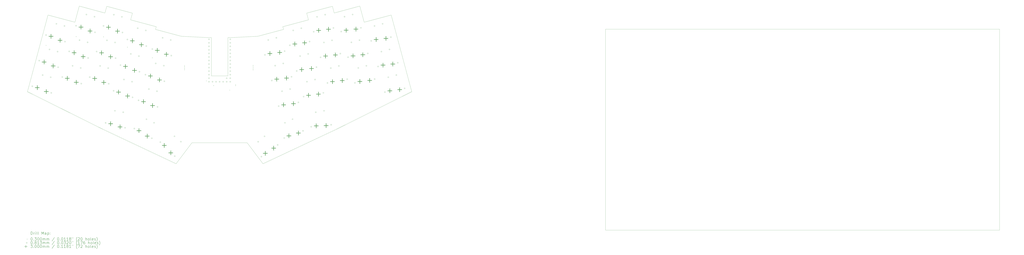
<source format=gbr>
%TF.GenerationSoftware,KiCad,Pcbnew,8.0.1*%
%TF.CreationDate,2024-04-02T20:58:04+09:00*%
%TF.ProjectId,lazyboy36,6c617a79-626f-4793-9336-2e6b69636164,rev?*%
%TF.SameCoordinates,Original*%
%TF.FileFunction,Drillmap*%
%TF.FilePolarity,Positive*%
%FSLAX45Y45*%
G04 Gerber Fmt 4.5, Leading zero omitted, Abs format (unit mm)*
G04 Created by KiCad (PCBNEW 8.0.1) date 2024-04-02 20:58:04*
%MOMM*%
%LPD*%
G01*
G04 APERTURE LIST*
%ADD10C,0.050000*%
%ADD11C,0.200000*%
%ADD12C,0.100000*%
%ADD13C,0.300000*%
G04 APERTURE END LIST*
D10*
X19440000Y-6545000D02*
X17600000Y-7040000D01*
X19390000Y-6355000D02*
X19440000Y-6545000D01*
X21225000Y-5860000D02*
X19390000Y-6355000D01*
X14265000Y-7130000D02*
X14265000Y-9880005D01*
X15450000Y-9880000D02*
X14265000Y-9880005D01*
X15450000Y-7130000D02*
X15450000Y-9880000D01*
X13965000Y-7130000D02*
X14265000Y-7130000D01*
X15750000Y-7130000D02*
X15450000Y-7130000D01*
X13965000Y-7130000D02*
X12100000Y-7040000D01*
X17600000Y-7040000D02*
X15750000Y-7130000D01*
X21100000Y-5380000D02*
X21225000Y-5860000D01*
X22940000Y-4885000D02*
X21100000Y-5380000D01*
X23070000Y-5370000D02*
X22940000Y-4885000D01*
X24910000Y-4875000D02*
X23070000Y-5370000D01*
X25220000Y-6035000D02*
X24910000Y-4875000D01*
X27156570Y-5514032D02*
X25220000Y-6035000D01*
X28629445Y-11015284D02*
X27156570Y-5514032D01*
X23240000Y-13710000D02*
X28629445Y-11015284D01*
X17964490Y-16187520D02*
X23240000Y-13710000D01*
X16830000Y-14685000D02*
X17964490Y-16187520D01*
X12870000Y-14685000D02*
X16830000Y-14685000D01*
X11735491Y-16187560D02*
X12870000Y-14685000D01*
X6455000Y-13705000D02*
X11735491Y-16187560D01*
X1070521Y-11015351D02*
X6455000Y-13705000D01*
X2543430Y-5514032D02*
X1070521Y-11015351D01*
X10260000Y-6545000D02*
X12100000Y-7040000D01*
X10310000Y-6355000D02*
X10260000Y-6545000D01*
X8470000Y-5860000D02*
X10310000Y-6355000D01*
X8600000Y-5380000D02*
X8470000Y-5860000D01*
X6760000Y-4885000D02*
X8600000Y-5380000D01*
X6630000Y-5370000D02*
X6760000Y-4885000D01*
X4790000Y-4875000D02*
X6630000Y-5370000D01*
X4480000Y-6035000D02*
X4790000Y-4875000D01*
X2543430Y-5514032D02*
X4480000Y-6035000D01*
X42525000Y-6530000D02*
X70790000Y-6530000D01*
X70790000Y-20960000D01*
X42525000Y-20960000D01*
X42525000Y-6530000D01*
D11*
D12*
X2397158Y-7675000D02*
X2427158Y-7705000D01*
X2427158Y-7675000D02*
X2397158Y-7705000D01*
X4550191Y-7047362D02*
X4580191Y-7077362D01*
X4580191Y-7047362D02*
X4550191Y-7077362D01*
X6517327Y-7065000D02*
X6547327Y-7095000D01*
X6547327Y-7065000D02*
X6517327Y-7095000D01*
X8228007Y-7805000D02*
X8258007Y-7835000D01*
X8258007Y-7805000D02*
X8228007Y-7835000D01*
X10015274Y-8567427D02*
X10045274Y-8597427D01*
X10045274Y-8567427D02*
X10015274Y-8597427D01*
X12322700Y-9119999D02*
X12352700Y-9149999D01*
X12352700Y-9119999D02*
X12322700Y-9149999D01*
X12322700Y-9200000D02*
X12352700Y-9230000D01*
X12352700Y-9200000D02*
X12322700Y-9230000D01*
X12322700Y-9280000D02*
X12352700Y-9310000D01*
X12352700Y-9280000D02*
X12322700Y-9310000D01*
X12322700Y-9360000D02*
X12352700Y-9390000D01*
X12352700Y-9360000D02*
X12322700Y-9390000D01*
X12322700Y-9440001D02*
X12352700Y-9470001D01*
X12352700Y-9440001D02*
X12322700Y-9470001D01*
X13895000Y-10225000D02*
X13925000Y-10255000D01*
X13925000Y-10225000D02*
X13895000Y-10255000D01*
X14410000Y-10565000D02*
X14440000Y-10595000D01*
X14440000Y-10565000D02*
X14410000Y-10595000D01*
X15565000Y-10890000D02*
X15595000Y-10920000D01*
X15595000Y-10890000D02*
X15565000Y-10920000D01*
X15985000Y-10485000D02*
X16015000Y-10515000D01*
X16015000Y-10485000D02*
X15985000Y-10515000D01*
X15985000Y-10565000D02*
X16015000Y-10595000D01*
X16015000Y-10565000D02*
X15985000Y-10595000D01*
X17242026Y-9354945D02*
X17272026Y-9384945D01*
X17272026Y-9354945D02*
X17242026Y-9384945D01*
X17242712Y-9195033D02*
X17272712Y-9225033D01*
X17272712Y-9195033D02*
X17242712Y-9225033D01*
X17243282Y-9115034D02*
X17273282Y-9145034D01*
X17273282Y-9115034D02*
X17243282Y-9145034D01*
X17243510Y-9434932D02*
X17273510Y-9464932D01*
X17273510Y-9434932D02*
X17243510Y-9464932D01*
X17245000Y-9275000D02*
X17275000Y-9305000D01*
X17275000Y-9275000D02*
X17245000Y-9305000D01*
X1466697Y-10633760D02*
G75*
G02*
X1385417Y-10633760I-40640J0D01*
G01*
X1385417Y-10633760D02*
G75*
G02*
X1466697Y-10633760I40640J0D01*
G01*
X1959747Y-8793672D02*
G75*
G02*
X1878467Y-8793672I-40640J0D01*
G01*
X1878467Y-8793672D02*
G75*
G02*
X1959747Y-8793672I40640J0D01*
G01*
X2207959Y-9828163D02*
G75*
G02*
X2126679Y-9828163I-40640J0D01*
G01*
X2126679Y-9828163D02*
G75*
G02*
X2207959Y-9828163I40640J0D01*
G01*
X2452798Y-6953583D02*
G75*
G02*
X2371518Y-6953583I-40640J0D01*
G01*
X2371518Y-6953583D02*
G75*
G02*
X2452798Y-6953583I40640J0D01*
G01*
X2701009Y-7988074D02*
G75*
G02*
X2619729Y-7988074I-40640J0D01*
G01*
X2619729Y-7988074D02*
G75*
G02*
X2701009Y-7988074I40640J0D01*
G01*
X2787515Y-9983454D02*
G75*
G02*
X2706235Y-9983454I-40640J0D01*
G01*
X2706235Y-9983454D02*
G75*
G02*
X2787515Y-9983454I40640J0D01*
G01*
X2825625Y-11106588D02*
G75*
G02*
X2744345Y-11106588I-40640J0D01*
G01*
X2744345Y-11106588D02*
G75*
G02*
X2825625Y-11106588I40640J0D01*
G01*
X3194060Y-6147985D02*
G75*
G02*
X3112780Y-6147985I-40640J0D01*
G01*
X3112780Y-6147985D02*
G75*
G02*
X3194060Y-6147985I40640J0D01*
G01*
X3280565Y-8143365D02*
G75*
G02*
X3199285Y-8143365I-40640J0D01*
G01*
X3199285Y-8143365D02*
G75*
G02*
X3280565Y-8143365I40640J0D01*
G01*
X3318675Y-9266499D02*
G75*
G02*
X3237395Y-9266499I-40640J0D01*
G01*
X3237395Y-9266499D02*
G75*
G02*
X3318675Y-9266499I40640J0D01*
G01*
X3617369Y-9967700D02*
G75*
G02*
X3536089Y-9967700I-40640J0D01*
G01*
X3536089Y-9967700D02*
G75*
G02*
X3617369Y-9967700I40640J0D01*
G01*
X3773615Y-6303277D02*
G75*
G02*
X3692335Y-6303277I-40640J0D01*
G01*
X3692335Y-6303277D02*
G75*
G02*
X3773615Y-6303277I40640J0D01*
G01*
X3811725Y-7426410D02*
G75*
G02*
X3730445Y-7426410I-40640J0D01*
G01*
X3730445Y-7426410D02*
G75*
G02*
X3811725Y-7426410I40640J0D01*
G01*
X4110419Y-8127611D02*
G75*
G02*
X4029139Y-8127611I-40640J0D01*
G01*
X4029139Y-8127611D02*
G75*
G02*
X4110419Y-8127611I40640J0D01*
G01*
X4358631Y-9162102D02*
G75*
G02*
X4277351Y-9162102I-40640J0D01*
G01*
X4277351Y-9162102D02*
G75*
G02*
X4358631Y-9162102I40640J0D01*
G01*
X4603469Y-6287522D02*
G75*
G02*
X4522189Y-6287522I-40640J0D01*
G01*
X4522189Y-6287522D02*
G75*
G02*
X4603469Y-6287522I40640J0D01*
G01*
X4851681Y-7322013D02*
G75*
G02*
X4770401Y-7322013I-40640J0D01*
G01*
X4770401Y-7322013D02*
G75*
G02*
X4851681Y-7322013I40640J0D01*
G01*
X4938186Y-9317393D02*
G75*
G02*
X4856906Y-9317393I-40640J0D01*
G01*
X4856906Y-9317393D02*
G75*
G02*
X4938186Y-9317393I40640J0D01*
G01*
X4976296Y-10440527D02*
G75*
G02*
X4895016Y-10440527I-40640J0D01*
G01*
X4895016Y-10440527D02*
G75*
G02*
X4976296Y-10440527I40640J0D01*
G01*
X5344731Y-5481925D02*
G75*
G02*
X5263451Y-5481925I-40640J0D01*
G01*
X5263451Y-5481925D02*
G75*
G02*
X5344731Y-5481925I40640J0D01*
G01*
X5431236Y-7477305D02*
G75*
G02*
X5349956Y-7477305I-40640J0D01*
G01*
X5349956Y-7477305D02*
G75*
G02*
X5431236Y-7477305I40640J0D01*
G01*
X5469347Y-8600438D02*
G75*
G02*
X5388067Y-8600438I-40640J0D01*
G01*
X5388067Y-8600438D02*
G75*
G02*
X5469347Y-8600438I40640J0D01*
G01*
X5586867Y-9977787D02*
G75*
G02*
X5505587Y-9977787I-40640J0D01*
G01*
X5505587Y-9977787D02*
G75*
G02*
X5586867Y-9977787I40640J0D01*
G01*
X5924286Y-5637216D02*
G75*
G02*
X5843006Y-5637216I-40640J0D01*
G01*
X5843006Y-5637216D02*
G75*
G02*
X5924286Y-5637216I40640J0D01*
G01*
X5962397Y-6760349D02*
G75*
G02*
X5881117Y-6760349I-40640J0D01*
G01*
X5881117Y-6760349D02*
G75*
G02*
X5962397Y-6760349I40640J0D01*
G01*
X6079917Y-8137698D02*
G75*
G02*
X5998637Y-8137698I-40640J0D01*
G01*
X5998637Y-8137698D02*
G75*
G02*
X6079917Y-8137698I40640J0D01*
G01*
X6328129Y-9172189D02*
G75*
G02*
X6246849Y-9172189I-40640J0D01*
G01*
X6246849Y-9172189D02*
G75*
G02*
X6328129Y-9172189I40640J0D01*
G01*
X6572967Y-6297609D02*
G75*
G02*
X6491687Y-6297609I-40640J0D01*
G01*
X6491687Y-6297609D02*
G75*
G02*
X6572967Y-6297609I40640J0D01*
G01*
X6724133Y-13257550D02*
G75*
G02*
X6642853Y-13257550I-40640J0D01*
G01*
X6642853Y-13257550D02*
G75*
G02*
X6724133Y-13257550I40640J0D01*
G01*
X6821179Y-7332101D02*
G75*
G02*
X6739899Y-7332101I-40640J0D01*
G01*
X6739899Y-7332101D02*
G75*
G02*
X6821179Y-7332101I40640J0D01*
G01*
X6907684Y-9327481D02*
G75*
G02*
X6826404Y-9327481I-40640J0D01*
G01*
X6826404Y-9327481D02*
G75*
G02*
X6907684Y-9327481I40640J0D01*
G01*
X6945794Y-10450614D02*
G75*
G02*
X6864514Y-10450614I-40640J0D01*
G01*
X6864514Y-10450614D02*
G75*
G02*
X6945794Y-10450614I40640J0D01*
G01*
X7297546Y-10953800D02*
G75*
G02*
X7216266Y-10953800I-40640J0D01*
G01*
X7216266Y-10953800D02*
G75*
G02*
X7297546Y-10953800I40640J0D01*
G01*
X7314229Y-5492012D02*
G75*
G02*
X7232949Y-5492012I-40640J0D01*
G01*
X7232949Y-5492012D02*
G75*
G02*
X7314229Y-5492012I40640J0D01*
G01*
X7392362Y-12390413D02*
G75*
G02*
X7311082Y-12390413I-40640J0D01*
G01*
X7311082Y-12390413D02*
G75*
G02*
X7392362Y-12390413I40640J0D01*
G01*
X7400734Y-7487392D02*
G75*
G02*
X7319454Y-7487392I-40640J0D01*
G01*
X7319454Y-7487392D02*
G75*
G02*
X7400734Y-7487392I40640J0D01*
G01*
X7438845Y-8610526D02*
G75*
G02*
X7357565Y-8610526I-40640J0D01*
G01*
X7357565Y-8610526D02*
G75*
G02*
X7438845Y-8610526I40640J0D01*
G01*
X7790596Y-9113711D02*
G75*
G02*
X7709316Y-9113711I-40640J0D01*
G01*
X7709316Y-9113711D02*
G75*
G02*
X7790596Y-9113711I40640J0D01*
G01*
X7893785Y-5647303D02*
G75*
G02*
X7812505Y-5647303I-40640J0D01*
G01*
X7812505Y-5647303D02*
G75*
G02*
X7893785Y-5647303I40640J0D01*
G01*
X7931895Y-6770437D02*
G75*
G02*
X7850615Y-6770437I-40640J0D01*
G01*
X7850615Y-6770437D02*
G75*
G02*
X7931895Y-6770437I40640J0D01*
G01*
X7983246Y-12494602D02*
G75*
G02*
X7901966Y-12494602I-40640J0D01*
G01*
X7901966Y-12494602D02*
G75*
G02*
X7983246Y-12494602I40640J0D01*
G01*
X8038808Y-10148203D02*
G75*
G02*
X7957528Y-10148203I-40640J0D01*
G01*
X7957528Y-10148203D02*
G75*
G02*
X8038808Y-10148203I40640J0D01*
G01*
X8119099Y-13610140D02*
G75*
G02*
X8037819Y-13610140I-40640J0D01*
G01*
X8037819Y-13610140D02*
G75*
G02*
X8119099Y-13610140I40640J0D01*
G01*
X8283647Y-7273623D02*
G75*
G02*
X8202367Y-7273623I-40640J0D01*
G01*
X8202367Y-7273623D02*
G75*
G02*
X8283647Y-7273623I40640J0D01*
G01*
X8531858Y-8308114D02*
G75*
G02*
X8450578Y-8308114I-40640J0D01*
G01*
X8450578Y-8308114D02*
G75*
G02*
X8531858Y-8308114I40640J0D01*
G01*
X8618363Y-10303494D02*
G75*
G02*
X8537083Y-10303494I-40640J0D01*
G01*
X8537083Y-10303494D02*
G75*
G02*
X8618363Y-10303494I40640J0D01*
G01*
X8656474Y-11426627D02*
G75*
G02*
X8575194Y-11426627I-40640J0D01*
G01*
X8575194Y-11426627D02*
G75*
G02*
X8656474Y-11426627I40640J0D01*
G01*
X8782628Y-13662510D02*
G75*
G02*
X8701348Y-13662510I-40640J0D01*
G01*
X8701348Y-13662510D02*
G75*
G02*
X8782628Y-13662510I40640J0D01*
G01*
X9024909Y-6468025D02*
G75*
G02*
X8943629Y-6468025I-40640J0D01*
G01*
X8943629Y-6468025D02*
G75*
G02*
X9024909Y-6468025I40640J0D01*
G01*
X9085871Y-11640035D02*
G75*
G02*
X9004591Y-11640035I-40640J0D01*
G01*
X9004591Y-11640035D02*
G75*
G02*
X9085871Y-11640035I40640J0D01*
G01*
X9111414Y-8463405D02*
G75*
G02*
X9030134Y-8463405I-40640J0D01*
G01*
X9030134Y-8463405D02*
G75*
G02*
X9111414Y-8463405I40640J0D01*
G01*
X9149524Y-9586539D02*
G75*
G02*
X9068244Y-9586539I-40640J0D01*
G01*
X9068244Y-9586539D02*
G75*
G02*
X9149524Y-9586539I40640J0D01*
G01*
X9578921Y-9799947D02*
G75*
G02*
X9497641Y-9799947I-40640J0D01*
G01*
X9497641Y-9799947D02*
G75*
G02*
X9578921Y-9799947I40640J0D01*
G01*
X9604464Y-6623317D02*
G75*
G02*
X9523184Y-6623317I-40640J0D01*
G01*
X9523184Y-6623317D02*
G75*
G02*
X9604464Y-6623317I40640J0D01*
G01*
X9642574Y-7746450D02*
G75*
G02*
X9561294Y-7746450I-40640J0D01*
G01*
X9561294Y-7746450D02*
G75*
G02*
X9642574Y-7746450I40640J0D01*
G01*
X9652519Y-12997870D02*
G75*
G02*
X9571239Y-12997870I-40640J0D01*
G01*
X9571239Y-12997870D02*
G75*
G02*
X9652519Y-12997870I40640J0D01*
G01*
X9827133Y-10834438D02*
G75*
G02*
X9745853Y-10834438I-40640J0D01*
G01*
X9745853Y-10834438D02*
G75*
G02*
X9827133Y-10834438I40640J0D01*
G01*
X10038805Y-14364130D02*
G75*
G02*
X9957525Y-14364130I-40640J0D01*
G01*
X9957525Y-14364130D02*
G75*
G02*
X10038805Y-14364130I40640J0D01*
G01*
X10071972Y-7959858D02*
G75*
G02*
X9990692Y-7959858I-40640J0D01*
G01*
X9990692Y-7959858D02*
G75*
G02*
X10071972Y-7959858I40640J0D01*
G01*
X10196304Y-13251441D02*
G75*
G02*
X10115024Y-13251441I-40640J0D01*
G01*
X10115024Y-13251441D02*
G75*
G02*
X10196304Y-13251441I40640J0D01*
G01*
X10320183Y-8994349D02*
G75*
G02*
X10238903Y-8994349I-40640J0D01*
G01*
X10238903Y-8994349D02*
G75*
G02*
X10320183Y-8994349I40640J0D01*
G01*
X10406688Y-10989729D02*
G75*
G02*
X10325408Y-10989729I-40640J0D01*
G01*
X10325408Y-10989729D02*
G75*
G02*
X10406688Y-10989729I40640J0D01*
G01*
X10444799Y-12112863D02*
G75*
G02*
X10363519Y-12112863I-40640J0D01*
G01*
X10363519Y-12112863D02*
G75*
G02*
X10444799Y-12112863I40640J0D01*
G01*
X10648695Y-14642427D02*
G75*
G02*
X10567415Y-14642427I-40640J0D01*
G01*
X10567415Y-14642427D02*
G75*
G02*
X10648695Y-14642427I40640J0D01*
G01*
X10813234Y-7154261D02*
G75*
G02*
X10731954Y-7154261I-40640J0D01*
G01*
X10731954Y-7154261D02*
G75*
G02*
X10813234Y-7154261I40640J0D01*
G01*
X10899739Y-9149641D02*
G75*
G02*
X10818459Y-9149641I-40640J0D01*
G01*
X10818459Y-9149641D02*
G75*
G02*
X10899739Y-9149641I40640J0D01*
G01*
X10937849Y-10272774D02*
G75*
G02*
X10856569Y-10272774I-40640J0D01*
G01*
X10856569Y-10272774D02*
G75*
G02*
X10937849Y-10272774I40640J0D01*
G01*
X11392789Y-7309552D02*
G75*
G02*
X11311509Y-7309552I-40640J0D01*
G01*
X11311509Y-7309552D02*
G75*
G02*
X11392789Y-7309552I40640J0D01*
G01*
X11430899Y-8432686D02*
G75*
G02*
X11349619Y-8432686I-40640J0D01*
G01*
X11349619Y-8432686D02*
G75*
G02*
X11430899Y-8432686I40640J0D01*
G01*
X11660967Y-14225578D02*
G75*
G02*
X11579687Y-14225578I-40640J0D01*
G01*
X11579687Y-14225578D02*
G75*
G02*
X11660967Y-14225578I40640J0D01*
G01*
X11680476Y-15645262D02*
G75*
G02*
X11599196Y-15645262I-40640J0D01*
G01*
X11599196Y-15645262D02*
G75*
G02*
X11680476Y-15645262I40640J0D01*
G01*
X12120593Y-14611251D02*
G75*
G02*
X12039313Y-14611251I-40640J0D01*
G01*
X12039313Y-14611251D02*
G75*
G02*
X12120593Y-14611251I40640J0D01*
G01*
X14134280Y-7259700D02*
G75*
G02*
X14053000Y-7259700I-40640J0D01*
G01*
X14053000Y-7259700D02*
G75*
G02*
X14134280Y-7259700I40640J0D01*
G01*
X14134280Y-7513700D02*
G75*
G02*
X14053000Y-7513700I-40640J0D01*
G01*
X14053000Y-7513700D02*
G75*
G02*
X14134280Y-7513700I40640J0D01*
G01*
X14134280Y-7767700D02*
G75*
G02*
X14053000Y-7767700I-40640J0D01*
G01*
X14053000Y-7767700D02*
G75*
G02*
X14134280Y-7767700I40640J0D01*
G01*
X14134280Y-8021700D02*
G75*
G02*
X14053000Y-8021700I-40640J0D01*
G01*
X14053000Y-8021700D02*
G75*
G02*
X14134280Y-8021700I40640J0D01*
G01*
X14134280Y-8275700D02*
G75*
G02*
X14053000Y-8275700I-40640J0D01*
G01*
X14053000Y-8275700D02*
G75*
G02*
X14134280Y-8275700I40640J0D01*
G01*
X14134280Y-8529700D02*
G75*
G02*
X14053000Y-8529700I-40640J0D01*
G01*
X14053000Y-8529700D02*
G75*
G02*
X14134280Y-8529700I40640J0D01*
G01*
X14134280Y-8783700D02*
G75*
G02*
X14053000Y-8783700I-40640J0D01*
G01*
X14053000Y-8783700D02*
G75*
G02*
X14134280Y-8783700I40640J0D01*
G01*
X14134280Y-9037700D02*
G75*
G02*
X14053000Y-9037700I-40640J0D01*
G01*
X14053000Y-9037700D02*
G75*
G02*
X14134280Y-9037700I40640J0D01*
G01*
X14134280Y-9291700D02*
G75*
G02*
X14053000Y-9291700I-40640J0D01*
G01*
X14053000Y-9291700D02*
G75*
G02*
X14134280Y-9291700I40640J0D01*
G01*
X14134280Y-9545700D02*
G75*
G02*
X14053000Y-9545700I-40640J0D01*
G01*
X14053000Y-9545700D02*
G75*
G02*
X14134280Y-9545700I40640J0D01*
G01*
X14134280Y-9799700D02*
G75*
G02*
X14053000Y-9799700I-40640J0D01*
G01*
X14053000Y-9799700D02*
G75*
G02*
X14134280Y-9799700I40640J0D01*
G01*
X14134280Y-10053700D02*
G75*
G02*
X14053000Y-10053700I-40640J0D01*
G01*
X14053000Y-10053700D02*
G75*
G02*
X14134280Y-10053700I40640J0D01*
G01*
X14134280Y-10307700D02*
G75*
G02*
X14053000Y-10307700I-40640J0D01*
G01*
X14053000Y-10307700D02*
G75*
G02*
X14134280Y-10307700I40640J0D01*
G01*
X14388280Y-10307700D02*
G75*
G02*
X14307000Y-10307700I-40640J0D01*
G01*
X14307000Y-10307700D02*
G75*
G02*
X14388280Y-10307700I40640J0D01*
G01*
X14642280Y-10307700D02*
G75*
G02*
X14561000Y-10307700I-40640J0D01*
G01*
X14561000Y-10307700D02*
G75*
G02*
X14642280Y-10307700I40640J0D01*
G01*
X14896280Y-10307700D02*
G75*
G02*
X14815000Y-10307700I-40640J0D01*
G01*
X14815000Y-10307700D02*
G75*
G02*
X14896280Y-10307700I40640J0D01*
G01*
X15150280Y-10307700D02*
G75*
G02*
X15069000Y-10307700I-40640J0D01*
G01*
X15069000Y-10307700D02*
G75*
G02*
X15150280Y-10307700I40640J0D01*
G01*
X15404140Y-10053700D02*
G75*
G02*
X15322860Y-10053700I-40640J0D01*
G01*
X15322860Y-10053700D02*
G75*
G02*
X15404140Y-10053700I40640J0D01*
G01*
X15404280Y-10307700D02*
G75*
G02*
X15323000Y-10307700I-40640J0D01*
G01*
X15323000Y-10307700D02*
G75*
G02*
X15404280Y-10307700I40640J0D01*
G01*
X15658280Y-7259700D02*
G75*
G02*
X15577000Y-7259700I-40640J0D01*
G01*
X15577000Y-7259700D02*
G75*
G02*
X15658280Y-7259700I40640J0D01*
G01*
X15658280Y-7513700D02*
G75*
G02*
X15577000Y-7513700I-40640J0D01*
G01*
X15577000Y-7513700D02*
G75*
G02*
X15658280Y-7513700I40640J0D01*
G01*
X15658280Y-7767700D02*
G75*
G02*
X15577000Y-7767700I-40640J0D01*
G01*
X15577000Y-7767700D02*
G75*
G02*
X15658280Y-7767700I40640J0D01*
G01*
X15658280Y-8021700D02*
G75*
G02*
X15577000Y-8021700I-40640J0D01*
G01*
X15577000Y-8021700D02*
G75*
G02*
X15658280Y-8021700I40640J0D01*
G01*
X15658280Y-8275700D02*
G75*
G02*
X15577000Y-8275700I-40640J0D01*
G01*
X15577000Y-8275700D02*
G75*
G02*
X15658280Y-8275700I40640J0D01*
G01*
X15658280Y-8529700D02*
G75*
G02*
X15577000Y-8529700I-40640J0D01*
G01*
X15577000Y-8529700D02*
G75*
G02*
X15658280Y-8529700I40640J0D01*
G01*
X15658280Y-8783700D02*
G75*
G02*
X15577000Y-8783700I-40640J0D01*
G01*
X15577000Y-8783700D02*
G75*
G02*
X15658280Y-8783700I40640J0D01*
G01*
X15658280Y-9037700D02*
G75*
G02*
X15577000Y-9037700I-40640J0D01*
G01*
X15577000Y-9037700D02*
G75*
G02*
X15658280Y-9037700I40640J0D01*
G01*
X15658280Y-9291700D02*
G75*
G02*
X15577000Y-9291700I-40640J0D01*
G01*
X15577000Y-9291700D02*
G75*
G02*
X15658280Y-9291700I40640J0D01*
G01*
X15658280Y-9545700D02*
G75*
G02*
X15577000Y-9545700I-40640J0D01*
G01*
X15577000Y-9545700D02*
G75*
G02*
X15658280Y-9545700I40640J0D01*
G01*
X15658280Y-9799700D02*
G75*
G02*
X15577000Y-9799700I-40640J0D01*
G01*
X15577000Y-9799700D02*
G75*
G02*
X15658280Y-9799700I40640J0D01*
G01*
X15658280Y-10053700D02*
G75*
G02*
X15577000Y-10053700I-40640J0D01*
G01*
X15577000Y-10053700D02*
G75*
G02*
X15658280Y-10053700I40640J0D01*
G01*
X15658280Y-10307700D02*
G75*
G02*
X15577000Y-10307700I-40640J0D01*
G01*
X15577000Y-10307700D02*
G75*
G02*
X15658280Y-10307700I40640J0D01*
G01*
X17659785Y-14611264D02*
G75*
G02*
X17578505Y-14611264I-40640J0D01*
G01*
X17578505Y-14611264D02*
G75*
G02*
X17659785Y-14611264I40640J0D01*
G01*
X17894421Y-15680542D02*
G75*
G02*
X17813141Y-15680542I-40640J0D01*
G01*
X17813141Y-15680542D02*
G75*
G02*
X17894421Y-15680542I40640J0D01*
G01*
X18119411Y-14225592D02*
G75*
G02*
X18038131Y-14225592I-40640J0D01*
G01*
X18038131Y-14225592D02*
G75*
G02*
X18119411Y-14225592I40640J0D01*
G01*
X18148336Y-8377864D02*
G75*
G02*
X18067056Y-8377864I-40640J0D01*
G01*
X18067056Y-8377864D02*
G75*
G02*
X18148336Y-8377864I40640J0D01*
G01*
X18387489Y-7309565D02*
G75*
G02*
X18306209Y-7309565I-40640J0D01*
G01*
X18306209Y-7309565D02*
G75*
G02*
X18387489Y-7309565I40640J0D01*
G01*
X18641386Y-10217953D02*
G75*
G02*
X18560106Y-10217953I-40640J0D01*
G01*
X18560106Y-10217953D02*
G75*
G02*
X18641386Y-10217953I40640J0D01*
G01*
X18880539Y-9149654D02*
G75*
G02*
X18799259Y-9149654I-40640J0D01*
G01*
X18799259Y-9149654D02*
G75*
G02*
X18880539Y-9149654I40640J0D01*
G01*
X18967044Y-7154274D02*
G75*
G02*
X18885764Y-7154274I-40640J0D01*
G01*
X18885764Y-7154274D02*
G75*
G02*
X18967044Y-7154274I40640J0D01*
G01*
X19061187Y-14838576D02*
G75*
G02*
X18979907Y-14838576I-40640J0D01*
G01*
X18979907Y-14838576D02*
G75*
G02*
X19061187Y-14838576I40640J0D01*
G01*
X19134436Y-12058041D02*
G75*
G02*
X19053156Y-12058041I-40640J0D01*
G01*
X19053156Y-12058041D02*
G75*
G02*
X19134436Y-12058041I40640J0D01*
G01*
X19373590Y-10989743D02*
G75*
G02*
X19292310Y-10989743I-40640J0D01*
G01*
X19292310Y-10989743D02*
G75*
G02*
X19373590Y-10989743I40640J0D01*
G01*
X19460095Y-8994363D02*
G75*
G02*
X19378815Y-8994363I-40640J0D01*
G01*
X19378815Y-8994363D02*
G75*
G02*
X19460095Y-8994363I40640J0D01*
G01*
X19533962Y-14345052D02*
G75*
G02*
X19452682Y-14345052I-40640J0D01*
G01*
X19452682Y-14345052D02*
G75*
G02*
X19533962Y-14345052I40640J0D01*
G01*
X19561615Y-8107881D02*
G75*
G02*
X19480335Y-8107881I-40640J0D01*
G01*
X19480335Y-8107881D02*
G75*
G02*
X19561615Y-8107881I40640J0D01*
G01*
X19583974Y-13251455D02*
G75*
G02*
X19502694Y-13251455I-40640J0D01*
G01*
X19502694Y-13251455D02*
G75*
G02*
X19583974Y-13251455I40640J0D01*
G01*
X19936661Y-7691629D02*
G75*
G02*
X19855381Y-7691629I-40640J0D01*
G01*
X19855381Y-7691629D02*
G75*
G02*
X19936661Y-7691629I40640J0D01*
G01*
X19953145Y-10834451D02*
G75*
G02*
X19871865Y-10834451I-40640J0D01*
G01*
X19871865Y-10834451D02*
G75*
G02*
X19953145Y-10834451I40640J0D01*
G01*
X20054666Y-9947970D02*
G75*
G02*
X19973386Y-9947970I-40640J0D01*
G01*
X19973386Y-9947970D02*
G75*
G02*
X20054666Y-9947970I40640J0D01*
G01*
X20127758Y-12997884D02*
G75*
G02*
X20046478Y-12997884I-40640J0D01*
G01*
X20046478Y-12997884D02*
G75*
G02*
X20127758Y-12997884I40640J0D01*
G01*
X20175814Y-6623330D02*
G75*
G02*
X20094534Y-6623330I-40640J0D01*
G01*
X20094534Y-6623330D02*
G75*
G02*
X20175814Y-6623330I40640J0D01*
G01*
X20429711Y-9531717D02*
G75*
G02*
X20348431Y-9531717I-40640J0D01*
G01*
X20348431Y-9531717D02*
G75*
G02*
X20429711Y-9531717I40640J0D01*
G01*
X20547716Y-11788058D02*
G75*
G02*
X20466436Y-11788058I-40640J0D01*
G01*
X20466436Y-11788058D02*
G75*
G02*
X20547716Y-11788058I40640J0D01*
G01*
X20668864Y-8463419D02*
G75*
G02*
X20587584Y-8463419I-40640J0D01*
G01*
X20587584Y-8463419D02*
G75*
G02*
X20668864Y-8463419I40640J0D01*
G01*
X20755369Y-6468038D02*
G75*
G02*
X20674089Y-6468038I-40640J0D01*
G01*
X20674089Y-6468038D02*
G75*
G02*
X20755369Y-6468038I40640J0D01*
G01*
X20878889Y-13833757D02*
G75*
G02*
X20797609Y-13833757I-40640J0D01*
G01*
X20797609Y-13833757D02*
G75*
G02*
X20878889Y-13833757I40640J0D01*
G01*
X20922761Y-11371806D02*
G75*
G02*
X20841481Y-11371806I-40640J0D01*
G01*
X20841481Y-11371806D02*
G75*
G02*
X20922761Y-11371806I40640J0D01*
G01*
X21161914Y-10303507D02*
G75*
G02*
X21080634Y-10303507I-40640J0D01*
G01*
X21080634Y-10303507D02*
G75*
G02*
X21161914Y-10303507I40640J0D01*
G01*
X21248419Y-8308127D02*
G75*
G02*
X21167139Y-8308127I-40640J0D01*
G01*
X21167139Y-8308127D02*
G75*
G02*
X21248419Y-8308127I40640J0D01*
G01*
X21349940Y-7421645D02*
G75*
G02*
X21268660Y-7421645I-40640J0D01*
G01*
X21268660Y-7421645D02*
G75*
G02*
X21349940Y-7421645I40640J0D01*
G01*
X21465680Y-13538005D02*
G75*
G02*
X21384400Y-13538005I-40640J0D01*
G01*
X21384400Y-13538005D02*
G75*
G02*
X21465680Y-13538005I40640J0D01*
G01*
X21647340Y-6715615D02*
G75*
G02*
X21566060Y-6715615I-40640J0D01*
G01*
X21566060Y-6715615D02*
G75*
G02*
X21647340Y-6715615I40640J0D01*
G01*
X21741470Y-10148216D02*
G75*
G02*
X21660190Y-10148216I-40640J0D01*
G01*
X21660190Y-10148216D02*
G75*
G02*
X21741470Y-10148216I40640J0D01*
G01*
X21797031Y-12494616D02*
G75*
G02*
X21715751Y-12494616I-40640J0D01*
G01*
X21715751Y-12494616D02*
G75*
G02*
X21797031Y-12494616I40640J0D01*
G01*
X21842991Y-9261734D02*
G75*
G02*
X21761711Y-9261734I-40640J0D01*
G01*
X21761711Y-9261734D02*
G75*
G02*
X21842991Y-9261734I40640J0D01*
G01*
X21886493Y-5647317D02*
G75*
G02*
X21805213Y-5647317I-40640J0D01*
G01*
X21805213Y-5647317D02*
G75*
G02*
X21886493Y-5647317I40640J0D01*
G01*
X22140390Y-8555704D02*
G75*
G02*
X22059110Y-8555704I-40640J0D01*
G01*
X22059110Y-8555704D02*
G75*
G02*
X22140390Y-8555704I40640J0D01*
G01*
X22336041Y-11101823D02*
G75*
G02*
X22254761Y-11101823I-40640J0D01*
G01*
X22254761Y-11101823D02*
G75*
G02*
X22336041Y-11101823I40640J0D01*
G01*
X22379543Y-7487405D02*
G75*
G02*
X22298263Y-7487405I-40640J0D01*
G01*
X22298263Y-7487405D02*
G75*
G02*
X22379543Y-7487405I40640J0D01*
G01*
X22387916Y-12390426D02*
G75*
G02*
X22306636Y-12390426I-40640J0D01*
G01*
X22306636Y-12390426D02*
G75*
G02*
X22387916Y-12390426I40640J0D01*
G01*
X22466048Y-5492025D02*
G75*
G02*
X22384768Y-5492025I-40640J0D01*
G01*
X22384768Y-5492025D02*
G75*
G02*
X22466048Y-5492025I40640J0D01*
G01*
X22633441Y-10395793D02*
G75*
G02*
X22552161Y-10395793I-40640J0D01*
G01*
X22552161Y-10395793D02*
G75*
G02*
X22633441Y-10395793I40640J0D01*
G01*
X22872593Y-9327494D02*
G75*
G02*
X22791313Y-9327494I-40640J0D01*
G01*
X22791313Y-9327494D02*
G75*
G02*
X22872593Y-9327494I40640J0D01*
G01*
X22897112Y-13392225D02*
G75*
G02*
X22815832Y-13392225I-40640J0D01*
G01*
X22815832Y-13392225D02*
G75*
G02*
X22897112Y-13392225I40640J0D01*
G01*
X22959099Y-7332114D02*
G75*
G02*
X22877819Y-7332114I-40640J0D01*
G01*
X22877819Y-7332114D02*
G75*
G02*
X22959099Y-7332114I40640J0D01*
G01*
X23060619Y-6445632D02*
G75*
G02*
X22979339Y-6445632I-40640J0D01*
G01*
X22979339Y-6445632D02*
G75*
G02*
X23060619Y-6445632I40640J0D01*
G01*
X23452149Y-9172203D02*
G75*
G02*
X23370869Y-9172203I-40640J0D01*
G01*
X23370869Y-9172203D02*
G75*
G02*
X23452149Y-9172203I40640J0D01*
G01*
X23553670Y-8285721D02*
G75*
G02*
X23472390Y-8285721I-40640J0D01*
G01*
X23472390Y-8285721D02*
G75*
G02*
X23553670Y-8285721I40640J0D01*
G01*
X23616838Y-6705528D02*
G75*
G02*
X23535558Y-6705528I-40640J0D01*
G01*
X23535558Y-6705528D02*
G75*
G02*
X23616838Y-6705528I40640J0D01*
G01*
X23855991Y-5637229D02*
G75*
G02*
X23774711Y-5637229I-40640J0D01*
G01*
X23774711Y-5637229D02*
G75*
G02*
X23855991Y-5637229I40640J0D01*
G01*
X24046720Y-10125810D02*
G75*
G02*
X23965440Y-10125810I-40640J0D01*
G01*
X23965440Y-10125810D02*
G75*
G02*
X24046720Y-10125810I40640J0D01*
G01*
X24109888Y-8545617D02*
G75*
G02*
X24028608Y-8545617I-40640J0D01*
G01*
X24028608Y-8545617D02*
G75*
G02*
X24109888Y-8545617I40640J0D01*
G01*
X24349041Y-7477318D02*
G75*
G02*
X24267761Y-7477318I-40640J0D01*
G01*
X24267761Y-7477318D02*
G75*
G02*
X24349041Y-7477318I40640J0D01*
G01*
X24435546Y-5481938D02*
G75*
G02*
X24354266Y-5481938I-40640J0D01*
G01*
X24354266Y-5481938D02*
G75*
G02*
X24435546Y-5481938I40640J0D01*
G01*
X24602939Y-10385706D02*
G75*
G02*
X24521659Y-10385706I-40640J0D01*
G01*
X24521659Y-10385706D02*
G75*
G02*
X24602939Y-10385706I40640J0D01*
G01*
X24842092Y-9317407D02*
G75*
G02*
X24760812Y-9317407I-40640J0D01*
G01*
X24760812Y-9317407D02*
G75*
G02*
X24842092Y-9317407I40640J0D01*
G01*
X24928597Y-7322027D02*
G75*
G02*
X24847317Y-7322027I-40640J0D01*
G01*
X24847317Y-7322027D02*
G75*
G02*
X24928597Y-7322027I40640J0D01*
G01*
X25030118Y-6435545D02*
G75*
G02*
X24948838Y-6435545I-40640J0D01*
G01*
X24948838Y-6435545D02*
G75*
G02*
X25030118Y-6435545I40640J0D01*
G01*
X25421647Y-9162115D02*
G75*
G02*
X25340367Y-9162115I-40640J0D01*
G01*
X25340367Y-9162115D02*
G75*
G02*
X25421647Y-9162115I40640J0D01*
G01*
X25523168Y-8275634D02*
G75*
G02*
X25441888Y-8275634I-40640J0D01*
G01*
X25441888Y-8275634D02*
G75*
G02*
X25523168Y-8275634I40640J0D01*
G01*
X25767510Y-7371589D02*
G75*
G02*
X25686230Y-7371589I-40640J0D01*
G01*
X25686230Y-7371589D02*
G75*
G02*
X25767510Y-7371589I40640J0D01*
G01*
X26006663Y-6303290D02*
G75*
G02*
X25925383Y-6303290I-40640J0D01*
G01*
X25925383Y-6303290D02*
G75*
G02*
X26006663Y-6303290I40640J0D01*
G01*
X26016218Y-10115722D02*
G75*
G02*
X25934938Y-10115722I-40640J0D01*
G01*
X25934938Y-10115722D02*
G75*
G02*
X26016218Y-10115722I40640J0D01*
G01*
X26260560Y-9211677D02*
G75*
G02*
X26179280Y-9211677I-40640J0D01*
G01*
X26179280Y-9211677D02*
G75*
G02*
X26260560Y-9211677I40640J0D01*
G01*
X26499713Y-8143379D02*
G75*
G02*
X26418433Y-8143379I-40640J0D01*
G01*
X26418433Y-8143379D02*
G75*
G02*
X26499713Y-8143379I40640J0D01*
G01*
X26586218Y-6147999D02*
G75*
G02*
X26504938Y-6147999I-40640J0D01*
G01*
X26504938Y-6147999D02*
G75*
G02*
X26586218Y-6147999I40640J0D01*
G01*
X26753610Y-11051766D02*
G75*
G02*
X26672330Y-11051766I-40640J0D01*
G01*
X26672330Y-11051766D02*
G75*
G02*
X26753610Y-11051766I40640J0D01*
G01*
X26992763Y-9983468D02*
G75*
G02*
X26911483Y-9983468I-40640J0D01*
G01*
X26911483Y-9983468D02*
G75*
G02*
X26992763Y-9983468I40640J0D01*
G01*
X27079268Y-7988087D02*
G75*
G02*
X26997988Y-7988087I-40640J0D01*
G01*
X26997988Y-7988087D02*
G75*
G02*
X27079268Y-7988087I40640J0D01*
G01*
X27180789Y-7101606D02*
G75*
G02*
X27099509Y-7101606I-40640J0D01*
G01*
X27099509Y-7101606D02*
G75*
G02*
X27180789Y-7101606I40640J0D01*
G01*
X27572319Y-9828176D02*
G75*
G02*
X27491039Y-9828176I-40640J0D01*
G01*
X27491039Y-9828176D02*
G75*
G02*
X27572319Y-9828176I40640J0D01*
G01*
X27673840Y-8941694D02*
G75*
G02*
X27592560Y-8941694I-40640J0D01*
G01*
X27592560Y-8941694D02*
G75*
G02*
X27673840Y-8941694I40640J0D01*
G01*
X28166890Y-10781783D02*
G75*
G02*
X28085610Y-10781783I-40640J0D01*
G01*
X28085610Y-10781783D02*
G75*
G02*
X28166890Y-10781783I40640J0D01*
G01*
D13*
X1781035Y-10578876D02*
X1781035Y-10878876D01*
X1631035Y-10728876D02*
X1931035Y-10728876D01*
X2274085Y-8738787D02*
X2274085Y-9038787D01*
X2124085Y-8888787D02*
X2424085Y-8888787D01*
X2430007Y-10861472D02*
X2430007Y-11161472D01*
X2280007Y-11011472D02*
X2580007Y-11011472D01*
X2767135Y-6898699D02*
X2767135Y-7198699D01*
X2617135Y-7048699D02*
X2917135Y-7048699D01*
X2923057Y-9021383D02*
X2923057Y-9321383D01*
X2773057Y-9171383D02*
X3073057Y-9171383D01*
X3416107Y-7181294D02*
X3416107Y-7481294D01*
X3266107Y-7331294D02*
X3566107Y-7331294D01*
X3931706Y-9912815D02*
X3931706Y-10212815D01*
X3781706Y-10062815D02*
X4081706Y-10062815D01*
X4424757Y-8072727D02*
X4424757Y-8372727D01*
X4274757Y-8222727D02*
X4574757Y-8222727D01*
X4580679Y-10195411D02*
X4580679Y-10495411D01*
X4430679Y-10345411D02*
X4730679Y-10345411D01*
X4917807Y-6232638D02*
X4917807Y-6532638D01*
X4767807Y-6382638D02*
X5067807Y-6382638D01*
X5073729Y-8355322D02*
X5073729Y-8655322D01*
X4923729Y-8505322D02*
X5223729Y-8505322D01*
X5566779Y-6515233D02*
X5566779Y-6815233D01*
X5416779Y-6665233D02*
X5716779Y-6665233D01*
X5901205Y-9922903D02*
X5901205Y-10222903D01*
X5751205Y-10072903D02*
X6051205Y-10072903D01*
X6394255Y-8082814D02*
X6394255Y-8382814D01*
X6244255Y-8232814D02*
X6544255Y-8232814D01*
X6550177Y-10205498D02*
X6550177Y-10505498D01*
X6400177Y-10355498D02*
X6700177Y-10355498D01*
X6887305Y-6242725D02*
X6887305Y-6542725D01*
X6737305Y-6392725D02*
X7037305Y-6392725D01*
X7043227Y-8365410D02*
X7043227Y-8665410D01*
X6893227Y-8515410D02*
X7193227Y-8515410D01*
X7045410Y-13171366D02*
X7045410Y-13471366D01*
X6895410Y-13321366D02*
X7195410Y-13321366D01*
X7536277Y-6525321D02*
X7536277Y-6825321D01*
X7386277Y-6675321D02*
X7686277Y-6675321D01*
X7611884Y-10898916D02*
X7611884Y-11198916D01*
X7461884Y-11048916D02*
X7761884Y-11048916D01*
X7716542Y-13396325D02*
X7716542Y-13696325D01*
X7566542Y-13546325D02*
X7866542Y-13546325D01*
X8104934Y-9058827D02*
X8104934Y-9358827D01*
X7954934Y-9208827D02*
X8254934Y-9208827D01*
X8260856Y-11181512D02*
X8260856Y-11481511D01*
X8110856Y-11331511D02*
X8410856Y-11331511D01*
X8597985Y-7218739D02*
X8597985Y-7518739D01*
X8447985Y-7368739D02*
X8747985Y-7368739D01*
X8753906Y-9341423D02*
X8753906Y-9641423D01*
X8603906Y-9491423D02*
X8903906Y-9491423D01*
X9075056Y-13667822D02*
X9075056Y-13967822D01*
X8925056Y-13817822D02*
X9225056Y-13817822D01*
X9246957Y-7501334D02*
X9246957Y-7801334D01*
X9096957Y-7651334D02*
X9396957Y-7651334D01*
X9400209Y-11585151D02*
X9400209Y-11885151D01*
X9250209Y-11735151D02*
X9550209Y-11735151D01*
X9665097Y-14058817D02*
X9665097Y-14358817D01*
X9515097Y-14208817D02*
X9815097Y-14208817D01*
X9893259Y-9745063D02*
X9893259Y-10045063D01*
X9743259Y-9895063D02*
X10043259Y-9895063D01*
X10049181Y-11867747D02*
X10049181Y-12167747D01*
X9899181Y-12017747D02*
X10199181Y-12017747D01*
X10386309Y-7904974D02*
X10386309Y-8204974D01*
X10236309Y-8054974D02*
X10536309Y-8054974D01*
X10542231Y-10027658D02*
X10542231Y-10327658D01*
X10392231Y-10177658D02*
X10692231Y-10177658D01*
X10889576Y-14728651D02*
X10889576Y-15028651D01*
X10739576Y-14878651D02*
X11039576Y-14878651D01*
X11035282Y-8187569D02*
X11035282Y-8487570D01*
X10885282Y-8337569D02*
X11185281Y-8337569D01*
X11358315Y-15259037D02*
X11358315Y-15559037D01*
X11208315Y-15409037D02*
X11508315Y-15409037D01*
X18135302Y-15294317D02*
X18135302Y-15594317D01*
X17985302Y-15444317D02*
X18285302Y-15444317D01*
X18462674Y-8132748D02*
X18462674Y-8432748D01*
X18312674Y-8282748D02*
X18612674Y-8282748D01*
X18739026Y-14924801D02*
X18739026Y-15224801D01*
X18589026Y-15074801D02*
X18889026Y-15074801D01*
X18955724Y-9972837D02*
X18955724Y-10272837D01*
X18805724Y-10122837D02*
X19105724Y-10122837D01*
X19165998Y-8052997D02*
X19165998Y-8352997D01*
X19015998Y-8202997D02*
X19315998Y-8202997D01*
X19448774Y-11812925D02*
X19448774Y-12112925D01*
X19298774Y-11962925D02*
X19598774Y-11962925D01*
X19659048Y-9893086D02*
X19659048Y-10193086D01*
X19509048Y-10043086D02*
X19809048Y-10043086D01*
X19826391Y-14039740D02*
X19826391Y-14339740D01*
X19676391Y-14189740D02*
X19976391Y-14189740D01*
X20152098Y-11733174D02*
X20152098Y-12033174D01*
X20002098Y-11883174D02*
X20302098Y-11883174D01*
X20250999Y-7446513D02*
X20250999Y-7746513D01*
X20100999Y-7596513D02*
X20400999Y-7596513D01*
X20505181Y-13839069D02*
X20505181Y-14139069D01*
X20355181Y-13989069D02*
X20655181Y-13989069D01*
X20744049Y-9286601D02*
X20744049Y-9586601D01*
X20594049Y-9436601D02*
X20894049Y-9436601D01*
X20954323Y-7366761D02*
X20954323Y-7666761D01*
X20804323Y-7516761D02*
X21104323Y-7516761D01*
X21237099Y-11126690D02*
X21237099Y-11426690D01*
X21087099Y-11276690D02*
X21387099Y-11276690D01*
X21447373Y-9206850D02*
X21447373Y-9506850D01*
X21297373Y-9356850D02*
X21597373Y-9356850D01*
X21786957Y-13324190D02*
X21786957Y-13624190D01*
X21636957Y-13474190D02*
X21936957Y-13474190D01*
X21940423Y-11046939D02*
X21940423Y-11346939D01*
X21790423Y-11196939D02*
X22090423Y-11196939D01*
X21961678Y-6470499D02*
X21961678Y-6770499D01*
X21811678Y-6620499D02*
X22111678Y-6620499D01*
X22454728Y-8310588D02*
X22454728Y-8610588D01*
X22304728Y-8460588D02*
X22604728Y-8460588D01*
X22494555Y-13306041D02*
X22494555Y-13606041D01*
X22344555Y-13456041D02*
X22644555Y-13456041D01*
X22665002Y-6390748D02*
X22665002Y-6690748D01*
X22515002Y-6540748D02*
X22815002Y-6540748D01*
X22947778Y-10150677D02*
X22947778Y-10450677D01*
X22797778Y-10300677D02*
X23097778Y-10300677D01*
X23158052Y-8230837D02*
X23158052Y-8530837D01*
X23008052Y-8380837D02*
X23308052Y-8380837D01*
X23651102Y-10070926D02*
X23651102Y-10370926D01*
X23501102Y-10220926D02*
X23801102Y-10220926D01*
X23931176Y-6460412D02*
X23931176Y-6760412D01*
X23781176Y-6610412D02*
X24081176Y-6610412D01*
X24424226Y-8300501D02*
X24424226Y-8600501D01*
X24274226Y-8450501D02*
X24574226Y-8450501D01*
X24634500Y-6380661D02*
X24634500Y-6680661D01*
X24484500Y-6530661D02*
X24784500Y-6530661D01*
X24917276Y-10140590D02*
X24917276Y-10440590D01*
X24767276Y-10290590D02*
X25067276Y-10290590D01*
X25127550Y-8220750D02*
X25127550Y-8520750D01*
X24977550Y-8370750D02*
X25277550Y-8370750D01*
X25620601Y-10060838D02*
X25620601Y-10360838D01*
X25470601Y-10210838D02*
X25770601Y-10210838D01*
X26081848Y-7126473D02*
X26081848Y-7426473D01*
X25931848Y-7276473D02*
X26231848Y-7276473D01*
X26574898Y-8966561D02*
X26574898Y-9266561D01*
X26424898Y-9116561D02*
X26724898Y-9116561D01*
X26785172Y-7046722D02*
X26785172Y-7346722D01*
X26635172Y-7196722D02*
X26935172Y-7196722D01*
X27067948Y-10806650D02*
X27067948Y-11106650D01*
X26917948Y-10956650D02*
X27217948Y-10956650D01*
X27278222Y-8886810D02*
X27278222Y-9186810D01*
X27128222Y-9036810D02*
X27428222Y-9036810D01*
X27771272Y-10726899D02*
X27771272Y-11026899D01*
X27621272Y-10876899D02*
X27921272Y-10876899D01*
D11*
X1328798Y-21273984D02*
X1328798Y-21073984D01*
X1328798Y-21073984D02*
X1376417Y-21073984D01*
X1376417Y-21073984D02*
X1404989Y-21083508D01*
X1404989Y-21083508D02*
X1424036Y-21102555D01*
X1424036Y-21102555D02*
X1433560Y-21121603D01*
X1433560Y-21121603D02*
X1443084Y-21159698D01*
X1443084Y-21159698D02*
X1443084Y-21188270D01*
X1443084Y-21188270D02*
X1433560Y-21226365D01*
X1433560Y-21226365D02*
X1424036Y-21245412D01*
X1424036Y-21245412D02*
X1404989Y-21264460D01*
X1404989Y-21264460D02*
X1376417Y-21273984D01*
X1376417Y-21273984D02*
X1328798Y-21273984D01*
X1528798Y-21273984D02*
X1528798Y-21140650D01*
X1528798Y-21178746D02*
X1538322Y-21159698D01*
X1538322Y-21159698D02*
X1547846Y-21150174D01*
X1547846Y-21150174D02*
X1566893Y-21140650D01*
X1566893Y-21140650D02*
X1585941Y-21140650D01*
X1652608Y-21273984D02*
X1652608Y-21140650D01*
X1652608Y-21073984D02*
X1643084Y-21083508D01*
X1643084Y-21083508D02*
X1652608Y-21093031D01*
X1652608Y-21093031D02*
X1662131Y-21083508D01*
X1662131Y-21083508D02*
X1652608Y-21073984D01*
X1652608Y-21073984D02*
X1652608Y-21093031D01*
X1776417Y-21273984D02*
X1757369Y-21264460D01*
X1757369Y-21264460D02*
X1747846Y-21245412D01*
X1747846Y-21245412D02*
X1747846Y-21073984D01*
X1881179Y-21273984D02*
X1862131Y-21264460D01*
X1862131Y-21264460D02*
X1852608Y-21245412D01*
X1852608Y-21245412D02*
X1852608Y-21073984D01*
X2109751Y-21273984D02*
X2109751Y-21073984D01*
X2109751Y-21073984D02*
X2176417Y-21216841D01*
X2176417Y-21216841D02*
X2243084Y-21073984D01*
X2243084Y-21073984D02*
X2243084Y-21273984D01*
X2424036Y-21273984D02*
X2424036Y-21169222D01*
X2424036Y-21169222D02*
X2414512Y-21150174D01*
X2414512Y-21150174D02*
X2395465Y-21140650D01*
X2395465Y-21140650D02*
X2357370Y-21140650D01*
X2357370Y-21140650D02*
X2338322Y-21150174D01*
X2424036Y-21264460D02*
X2404989Y-21273984D01*
X2404989Y-21273984D02*
X2357370Y-21273984D01*
X2357370Y-21273984D02*
X2338322Y-21264460D01*
X2338322Y-21264460D02*
X2328798Y-21245412D01*
X2328798Y-21245412D02*
X2328798Y-21226365D01*
X2328798Y-21226365D02*
X2338322Y-21207317D01*
X2338322Y-21207317D02*
X2357370Y-21197793D01*
X2357370Y-21197793D02*
X2404989Y-21197793D01*
X2404989Y-21197793D02*
X2424036Y-21188270D01*
X2519274Y-21140650D02*
X2519274Y-21340650D01*
X2519274Y-21150174D02*
X2538322Y-21140650D01*
X2538322Y-21140650D02*
X2576417Y-21140650D01*
X2576417Y-21140650D02*
X2595465Y-21150174D01*
X2595465Y-21150174D02*
X2604989Y-21159698D01*
X2604989Y-21159698D02*
X2614512Y-21178746D01*
X2614512Y-21178746D02*
X2614512Y-21235889D01*
X2614512Y-21235889D02*
X2604989Y-21254936D01*
X2604989Y-21254936D02*
X2595465Y-21264460D01*
X2595465Y-21264460D02*
X2576417Y-21273984D01*
X2576417Y-21273984D02*
X2538322Y-21273984D01*
X2538322Y-21273984D02*
X2519274Y-21264460D01*
X2700227Y-21254936D02*
X2709751Y-21264460D01*
X2709751Y-21264460D02*
X2700227Y-21273984D01*
X2700227Y-21273984D02*
X2690703Y-21264460D01*
X2690703Y-21264460D02*
X2700227Y-21254936D01*
X2700227Y-21254936D02*
X2700227Y-21273984D01*
X2700227Y-21150174D02*
X2709751Y-21159698D01*
X2709751Y-21159698D02*
X2700227Y-21169222D01*
X2700227Y-21169222D02*
X2690703Y-21159698D01*
X2690703Y-21159698D02*
X2700227Y-21150174D01*
X2700227Y-21150174D02*
X2700227Y-21169222D01*
D12*
X1038021Y-21587500D02*
X1068021Y-21617500D01*
X1068021Y-21587500D02*
X1038021Y-21617500D01*
D11*
X1366893Y-21493984D02*
X1385941Y-21493984D01*
X1385941Y-21493984D02*
X1404989Y-21503508D01*
X1404989Y-21503508D02*
X1414512Y-21513031D01*
X1414512Y-21513031D02*
X1424036Y-21532079D01*
X1424036Y-21532079D02*
X1433560Y-21570174D01*
X1433560Y-21570174D02*
X1433560Y-21617793D01*
X1433560Y-21617793D02*
X1424036Y-21655889D01*
X1424036Y-21655889D02*
X1414512Y-21674936D01*
X1414512Y-21674936D02*
X1404989Y-21684460D01*
X1404989Y-21684460D02*
X1385941Y-21693984D01*
X1385941Y-21693984D02*
X1366893Y-21693984D01*
X1366893Y-21693984D02*
X1347846Y-21684460D01*
X1347846Y-21684460D02*
X1338322Y-21674936D01*
X1338322Y-21674936D02*
X1328798Y-21655889D01*
X1328798Y-21655889D02*
X1319274Y-21617793D01*
X1319274Y-21617793D02*
X1319274Y-21570174D01*
X1319274Y-21570174D02*
X1328798Y-21532079D01*
X1328798Y-21532079D02*
X1338322Y-21513031D01*
X1338322Y-21513031D02*
X1347846Y-21503508D01*
X1347846Y-21503508D02*
X1366893Y-21493984D01*
X1519274Y-21674936D02*
X1528798Y-21684460D01*
X1528798Y-21684460D02*
X1519274Y-21693984D01*
X1519274Y-21693984D02*
X1509750Y-21684460D01*
X1509750Y-21684460D02*
X1519274Y-21674936D01*
X1519274Y-21674936D02*
X1519274Y-21693984D01*
X1595465Y-21493984D02*
X1719274Y-21493984D01*
X1719274Y-21493984D02*
X1652608Y-21570174D01*
X1652608Y-21570174D02*
X1681179Y-21570174D01*
X1681179Y-21570174D02*
X1700227Y-21579698D01*
X1700227Y-21579698D02*
X1709750Y-21589222D01*
X1709750Y-21589222D02*
X1719274Y-21608270D01*
X1719274Y-21608270D02*
X1719274Y-21655889D01*
X1719274Y-21655889D02*
X1709750Y-21674936D01*
X1709750Y-21674936D02*
X1700227Y-21684460D01*
X1700227Y-21684460D02*
X1681179Y-21693984D01*
X1681179Y-21693984D02*
X1624036Y-21693984D01*
X1624036Y-21693984D02*
X1604989Y-21684460D01*
X1604989Y-21684460D02*
X1595465Y-21674936D01*
X1843084Y-21493984D02*
X1862131Y-21493984D01*
X1862131Y-21493984D02*
X1881179Y-21503508D01*
X1881179Y-21503508D02*
X1890703Y-21513031D01*
X1890703Y-21513031D02*
X1900227Y-21532079D01*
X1900227Y-21532079D02*
X1909750Y-21570174D01*
X1909750Y-21570174D02*
X1909750Y-21617793D01*
X1909750Y-21617793D02*
X1900227Y-21655889D01*
X1900227Y-21655889D02*
X1890703Y-21674936D01*
X1890703Y-21674936D02*
X1881179Y-21684460D01*
X1881179Y-21684460D02*
X1862131Y-21693984D01*
X1862131Y-21693984D02*
X1843084Y-21693984D01*
X1843084Y-21693984D02*
X1824036Y-21684460D01*
X1824036Y-21684460D02*
X1814512Y-21674936D01*
X1814512Y-21674936D02*
X1804989Y-21655889D01*
X1804989Y-21655889D02*
X1795465Y-21617793D01*
X1795465Y-21617793D02*
X1795465Y-21570174D01*
X1795465Y-21570174D02*
X1804989Y-21532079D01*
X1804989Y-21532079D02*
X1814512Y-21513031D01*
X1814512Y-21513031D02*
X1824036Y-21503508D01*
X1824036Y-21503508D02*
X1843084Y-21493984D01*
X2033560Y-21493984D02*
X2052608Y-21493984D01*
X2052608Y-21493984D02*
X2071655Y-21503508D01*
X2071655Y-21503508D02*
X2081179Y-21513031D01*
X2081179Y-21513031D02*
X2090703Y-21532079D01*
X2090703Y-21532079D02*
X2100227Y-21570174D01*
X2100227Y-21570174D02*
X2100227Y-21617793D01*
X2100227Y-21617793D02*
X2090703Y-21655889D01*
X2090703Y-21655889D02*
X2081179Y-21674936D01*
X2081179Y-21674936D02*
X2071655Y-21684460D01*
X2071655Y-21684460D02*
X2052608Y-21693984D01*
X2052608Y-21693984D02*
X2033560Y-21693984D01*
X2033560Y-21693984D02*
X2014512Y-21684460D01*
X2014512Y-21684460D02*
X2004989Y-21674936D01*
X2004989Y-21674936D02*
X1995465Y-21655889D01*
X1995465Y-21655889D02*
X1985941Y-21617793D01*
X1985941Y-21617793D02*
X1985941Y-21570174D01*
X1985941Y-21570174D02*
X1995465Y-21532079D01*
X1995465Y-21532079D02*
X2004989Y-21513031D01*
X2004989Y-21513031D02*
X2014512Y-21503508D01*
X2014512Y-21503508D02*
X2033560Y-21493984D01*
X2185941Y-21693984D02*
X2185941Y-21560650D01*
X2185941Y-21579698D02*
X2195465Y-21570174D01*
X2195465Y-21570174D02*
X2214512Y-21560650D01*
X2214512Y-21560650D02*
X2243084Y-21560650D01*
X2243084Y-21560650D02*
X2262132Y-21570174D01*
X2262132Y-21570174D02*
X2271655Y-21589222D01*
X2271655Y-21589222D02*
X2271655Y-21693984D01*
X2271655Y-21589222D02*
X2281179Y-21570174D01*
X2281179Y-21570174D02*
X2300227Y-21560650D01*
X2300227Y-21560650D02*
X2328798Y-21560650D01*
X2328798Y-21560650D02*
X2347846Y-21570174D01*
X2347846Y-21570174D02*
X2357370Y-21589222D01*
X2357370Y-21589222D02*
X2357370Y-21693984D01*
X2452608Y-21693984D02*
X2452608Y-21560650D01*
X2452608Y-21579698D02*
X2462132Y-21570174D01*
X2462132Y-21570174D02*
X2481179Y-21560650D01*
X2481179Y-21560650D02*
X2509751Y-21560650D01*
X2509751Y-21560650D02*
X2528798Y-21570174D01*
X2528798Y-21570174D02*
X2538322Y-21589222D01*
X2538322Y-21589222D02*
X2538322Y-21693984D01*
X2538322Y-21589222D02*
X2547846Y-21570174D01*
X2547846Y-21570174D02*
X2566893Y-21560650D01*
X2566893Y-21560650D02*
X2595465Y-21560650D01*
X2595465Y-21560650D02*
X2614513Y-21570174D01*
X2614513Y-21570174D02*
X2624036Y-21589222D01*
X2624036Y-21589222D02*
X2624036Y-21693984D01*
X3014512Y-21484460D02*
X2843084Y-21741603D01*
X3271655Y-21493984D02*
X3290703Y-21493984D01*
X3290703Y-21493984D02*
X3309751Y-21503508D01*
X3309751Y-21503508D02*
X3319274Y-21513031D01*
X3319274Y-21513031D02*
X3328798Y-21532079D01*
X3328798Y-21532079D02*
X3338322Y-21570174D01*
X3338322Y-21570174D02*
X3338322Y-21617793D01*
X3338322Y-21617793D02*
X3328798Y-21655889D01*
X3328798Y-21655889D02*
X3319274Y-21674936D01*
X3319274Y-21674936D02*
X3309751Y-21684460D01*
X3309751Y-21684460D02*
X3290703Y-21693984D01*
X3290703Y-21693984D02*
X3271655Y-21693984D01*
X3271655Y-21693984D02*
X3252608Y-21684460D01*
X3252608Y-21684460D02*
X3243084Y-21674936D01*
X3243084Y-21674936D02*
X3233560Y-21655889D01*
X3233560Y-21655889D02*
X3224036Y-21617793D01*
X3224036Y-21617793D02*
X3224036Y-21570174D01*
X3224036Y-21570174D02*
X3233560Y-21532079D01*
X3233560Y-21532079D02*
X3243084Y-21513031D01*
X3243084Y-21513031D02*
X3252608Y-21503508D01*
X3252608Y-21503508D02*
X3271655Y-21493984D01*
X3424036Y-21674936D02*
X3433560Y-21684460D01*
X3433560Y-21684460D02*
X3424036Y-21693984D01*
X3424036Y-21693984D02*
X3414513Y-21684460D01*
X3414513Y-21684460D02*
X3424036Y-21674936D01*
X3424036Y-21674936D02*
X3424036Y-21693984D01*
X3557370Y-21493984D02*
X3576417Y-21493984D01*
X3576417Y-21493984D02*
X3595465Y-21503508D01*
X3595465Y-21503508D02*
X3604989Y-21513031D01*
X3604989Y-21513031D02*
X3614513Y-21532079D01*
X3614513Y-21532079D02*
X3624036Y-21570174D01*
X3624036Y-21570174D02*
X3624036Y-21617793D01*
X3624036Y-21617793D02*
X3614513Y-21655889D01*
X3614513Y-21655889D02*
X3604989Y-21674936D01*
X3604989Y-21674936D02*
X3595465Y-21684460D01*
X3595465Y-21684460D02*
X3576417Y-21693984D01*
X3576417Y-21693984D02*
X3557370Y-21693984D01*
X3557370Y-21693984D02*
X3538322Y-21684460D01*
X3538322Y-21684460D02*
X3528798Y-21674936D01*
X3528798Y-21674936D02*
X3519274Y-21655889D01*
X3519274Y-21655889D02*
X3509751Y-21617793D01*
X3509751Y-21617793D02*
X3509751Y-21570174D01*
X3509751Y-21570174D02*
X3519274Y-21532079D01*
X3519274Y-21532079D02*
X3528798Y-21513031D01*
X3528798Y-21513031D02*
X3538322Y-21503508D01*
X3538322Y-21503508D02*
X3557370Y-21493984D01*
X3814513Y-21693984D02*
X3700227Y-21693984D01*
X3757370Y-21693984D02*
X3757370Y-21493984D01*
X3757370Y-21493984D02*
X3738322Y-21522555D01*
X3738322Y-21522555D02*
X3719274Y-21541603D01*
X3719274Y-21541603D02*
X3700227Y-21551127D01*
X4004989Y-21693984D02*
X3890703Y-21693984D01*
X3947846Y-21693984D02*
X3947846Y-21493984D01*
X3947846Y-21493984D02*
X3928798Y-21522555D01*
X3928798Y-21522555D02*
X3909751Y-21541603D01*
X3909751Y-21541603D02*
X3890703Y-21551127D01*
X4119274Y-21579698D02*
X4100227Y-21570174D01*
X4100227Y-21570174D02*
X4090703Y-21560650D01*
X4090703Y-21560650D02*
X4081179Y-21541603D01*
X4081179Y-21541603D02*
X4081179Y-21532079D01*
X4081179Y-21532079D02*
X4090703Y-21513031D01*
X4090703Y-21513031D02*
X4100227Y-21503508D01*
X4100227Y-21503508D02*
X4119274Y-21493984D01*
X4119274Y-21493984D02*
X4157370Y-21493984D01*
X4157370Y-21493984D02*
X4176417Y-21503508D01*
X4176417Y-21503508D02*
X4185941Y-21513031D01*
X4185941Y-21513031D02*
X4195465Y-21532079D01*
X4195465Y-21532079D02*
X4195465Y-21541603D01*
X4195465Y-21541603D02*
X4185941Y-21560650D01*
X4185941Y-21560650D02*
X4176417Y-21570174D01*
X4176417Y-21570174D02*
X4157370Y-21579698D01*
X4157370Y-21579698D02*
X4119274Y-21579698D01*
X4119274Y-21579698D02*
X4100227Y-21589222D01*
X4100227Y-21589222D02*
X4090703Y-21598746D01*
X4090703Y-21598746D02*
X4081179Y-21617793D01*
X4081179Y-21617793D02*
X4081179Y-21655889D01*
X4081179Y-21655889D02*
X4090703Y-21674936D01*
X4090703Y-21674936D02*
X4100227Y-21684460D01*
X4100227Y-21684460D02*
X4119274Y-21693984D01*
X4119274Y-21693984D02*
X4157370Y-21693984D01*
X4157370Y-21693984D02*
X4176417Y-21684460D01*
X4176417Y-21684460D02*
X4185941Y-21674936D01*
X4185941Y-21674936D02*
X4195465Y-21655889D01*
X4195465Y-21655889D02*
X4195465Y-21617793D01*
X4195465Y-21617793D02*
X4185941Y-21598746D01*
X4185941Y-21598746D02*
X4176417Y-21589222D01*
X4176417Y-21589222D02*
X4157370Y-21579698D01*
X4271656Y-21493984D02*
X4271656Y-21532079D01*
X4347846Y-21493984D02*
X4347846Y-21532079D01*
X4643084Y-21770174D02*
X4633560Y-21760650D01*
X4633560Y-21760650D02*
X4614513Y-21732079D01*
X4614513Y-21732079D02*
X4604989Y-21713031D01*
X4604989Y-21713031D02*
X4595465Y-21684460D01*
X4595465Y-21684460D02*
X4585941Y-21636841D01*
X4585941Y-21636841D02*
X4585941Y-21598746D01*
X4585941Y-21598746D02*
X4595465Y-21551127D01*
X4595465Y-21551127D02*
X4604989Y-21522555D01*
X4604989Y-21522555D02*
X4614513Y-21503508D01*
X4614513Y-21503508D02*
X4633560Y-21474936D01*
X4633560Y-21474936D02*
X4643084Y-21465412D01*
X4709751Y-21513031D02*
X4719275Y-21503508D01*
X4719275Y-21503508D02*
X4738322Y-21493984D01*
X4738322Y-21493984D02*
X4785941Y-21493984D01*
X4785941Y-21493984D02*
X4804989Y-21503508D01*
X4804989Y-21503508D02*
X4814513Y-21513031D01*
X4814513Y-21513031D02*
X4824037Y-21532079D01*
X4824037Y-21532079D02*
X4824037Y-21551127D01*
X4824037Y-21551127D02*
X4814513Y-21579698D01*
X4814513Y-21579698D02*
X4700227Y-21693984D01*
X4700227Y-21693984D02*
X4824037Y-21693984D01*
X4947846Y-21493984D02*
X4966894Y-21493984D01*
X4966894Y-21493984D02*
X4985941Y-21503508D01*
X4985941Y-21503508D02*
X4995465Y-21513031D01*
X4995465Y-21513031D02*
X5004989Y-21532079D01*
X5004989Y-21532079D02*
X5014513Y-21570174D01*
X5014513Y-21570174D02*
X5014513Y-21617793D01*
X5014513Y-21617793D02*
X5004989Y-21655889D01*
X5004989Y-21655889D02*
X4995465Y-21674936D01*
X4995465Y-21674936D02*
X4985941Y-21684460D01*
X4985941Y-21684460D02*
X4966894Y-21693984D01*
X4966894Y-21693984D02*
X4947846Y-21693984D01*
X4947846Y-21693984D02*
X4928798Y-21684460D01*
X4928798Y-21684460D02*
X4919275Y-21674936D01*
X4919275Y-21674936D02*
X4909751Y-21655889D01*
X4909751Y-21655889D02*
X4900227Y-21617793D01*
X4900227Y-21617793D02*
X4900227Y-21570174D01*
X4900227Y-21570174D02*
X4909751Y-21532079D01*
X4909751Y-21532079D02*
X4919275Y-21513031D01*
X4919275Y-21513031D02*
X4928798Y-21503508D01*
X4928798Y-21503508D02*
X4947846Y-21493984D01*
X5252608Y-21693984D02*
X5252608Y-21493984D01*
X5338322Y-21693984D02*
X5338322Y-21589222D01*
X5338322Y-21589222D02*
X5328799Y-21570174D01*
X5328799Y-21570174D02*
X5309751Y-21560650D01*
X5309751Y-21560650D02*
X5281179Y-21560650D01*
X5281179Y-21560650D02*
X5262132Y-21570174D01*
X5262132Y-21570174D02*
X5252608Y-21579698D01*
X5462132Y-21693984D02*
X5443084Y-21684460D01*
X5443084Y-21684460D02*
X5433560Y-21674936D01*
X5433560Y-21674936D02*
X5424037Y-21655889D01*
X5424037Y-21655889D02*
X5424037Y-21598746D01*
X5424037Y-21598746D02*
X5433560Y-21579698D01*
X5433560Y-21579698D02*
X5443084Y-21570174D01*
X5443084Y-21570174D02*
X5462132Y-21560650D01*
X5462132Y-21560650D02*
X5490703Y-21560650D01*
X5490703Y-21560650D02*
X5509751Y-21570174D01*
X5509751Y-21570174D02*
X5519275Y-21579698D01*
X5519275Y-21579698D02*
X5528799Y-21598746D01*
X5528799Y-21598746D02*
X5528799Y-21655889D01*
X5528799Y-21655889D02*
X5519275Y-21674936D01*
X5519275Y-21674936D02*
X5509751Y-21684460D01*
X5509751Y-21684460D02*
X5490703Y-21693984D01*
X5490703Y-21693984D02*
X5462132Y-21693984D01*
X5643084Y-21693984D02*
X5624037Y-21684460D01*
X5624037Y-21684460D02*
X5614513Y-21665412D01*
X5614513Y-21665412D02*
X5614513Y-21493984D01*
X5795465Y-21684460D02*
X5776418Y-21693984D01*
X5776418Y-21693984D02*
X5738322Y-21693984D01*
X5738322Y-21693984D02*
X5719275Y-21684460D01*
X5719275Y-21684460D02*
X5709751Y-21665412D01*
X5709751Y-21665412D02*
X5709751Y-21589222D01*
X5709751Y-21589222D02*
X5719275Y-21570174D01*
X5719275Y-21570174D02*
X5738322Y-21560650D01*
X5738322Y-21560650D02*
X5776418Y-21560650D01*
X5776418Y-21560650D02*
X5795465Y-21570174D01*
X5795465Y-21570174D02*
X5804989Y-21589222D01*
X5804989Y-21589222D02*
X5804989Y-21608270D01*
X5804989Y-21608270D02*
X5709751Y-21627317D01*
X5881179Y-21684460D02*
X5900227Y-21693984D01*
X5900227Y-21693984D02*
X5938322Y-21693984D01*
X5938322Y-21693984D02*
X5957370Y-21684460D01*
X5957370Y-21684460D02*
X5966894Y-21665412D01*
X5966894Y-21665412D02*
X5966894Y-21655889D01*
X5966894Y-21655889D02*
X5957370Y-21636841D01*
X5957370Y-21636841D02*
X5938322Y-21627317D01*
X5938322Y-21627317D02*
X5909751Y-21627317D01*
X5909751Y-21627317D02*
X5890703Y-21617793D01*
X5890703Y-21617793D02*
X5881179Y-21598746D01*
X5881179Y-21598746D02*
X5881179Y-21589222D01*
X5881179Y-21589222D02*
X5890703Y-21570174D01*
X5890703Y-21570174D02*
X5909751Y-21560650D01*
X5909751Y-21560650D02*
X5938322Y-21560650D01*
X5938322Y-21560650D02*
X5957370Y-21570174D01*
X6033560Y-21770174D02*
X6043084Y-21760650D01*
X6043084Y-21760650D02*
X6062132Y-21732079D01*
X6062132Y-21732079D02*
X6071656Y-21713031D01*
X6071656Y-21713031D02*
X6081179Y-21684460D01*
X6081179Y-21684460D02*
X6090703Y-21636841D01*
X6090703Y-21636841D02*
X6090703Y-21598746D01*
X6090703Y-21598746D02*
X6081179Y-21551127D01*
X6081179Y-21551127D02*
X6071656Y-21522555D01*
X6071656Y-21522555D02*
X6062132Y-21503508D01*
X6062132Y-21503508D02*
X6043084Y-21474936D01*
X6043084Y-21474936D02*
X6033560Y-21465412D01*
D12*
X1068021Y-21866500D02*
G75*
G02*
X986741Y-21866500I-40640J0D01*
G01*
X986741Y-21866500D02*
G75*
G02*
X1068021Y-21866500I40640J0D01*
G01*
D11*
X1366893Y-21757984D02*
X1385941Y-21757984D01*
X1385941Y-21757984D02*
X1404989Y-21767508D01*
X1404989Y-21767508D02*
X1414512Y-21777031D01*
X1414512Y-21777031D02*
X1424036Y-21796079D01*
X1424036Y-21796079D02*
X1433560Y-21834174D01*
X1433560Y-21834174D02*
X1433560Y-21881793D01*
X1433560Y-21881793D02*
X1424036Y-21919889D01*
X1424036Y-21919889D02*
X1414512Y-21938936D01*
X1414512Y-21938936D02*
X1404989Y-21948460D01*
X1404989Y-21948460D02*
X1385941Y-21957984D01*
X1385941Y-21957984D02*
X1366893Y-21957984D01*
X1366893Y-21957984D02*
X1347846Y-21948460D01*
X1347846Y-21948460D02*
X1338322Y-21938936D01*
X1338322Y-21938936D02*
X1328798Y-21919889D01*
X1328798Y-21919889D02*
X1319274Y-21881793D01*
X1319274Y-21881793D02*
X1319274Y-21834174D01*
X1319274Y-21834174D02*
X1328798Y-21796079D01*
X1328798Y-21796079D02*
X1338322Y-21777031D01*
X1338322Y-21777031D02*
X1347846Y-21767508D01*
X1347846Y-21767508D02*
X1366893Y-21757984D01*
X1519274Y-21938936D02*
X1528798Y-21948460D01*
X1528798Y-21948460D02*
X1519274Y-21957984D01*
X1519274Y-21957984D02*
X1509750Y-21948460D01*
X1509750Y-21948460D02*
X1519274Y-21938936D01*
X1519274Y-21938936D02*
X1519274Y-21957984D01*
X1643084Y-21843698D02*
X1624036Y-21834174D01*
X1624036Y-21834174D02*
X1614512Y-21824650D01*
X1614512Y-21824650D02*
X1604989Y-21805603D01*
X1604989Y-21805603D02*
X1604989Y-21796079D01*
X1604989Y-21796079D02*
X1614512Y-21777031D01*
X1614512Y-21777031D02*
X1624036Y-21767508D01*
X1624036Y-21767508D02*
X1643084Y-21757984D01*
X1643084Y-21757984D02*
X1681179Y-21757984D01*
X1681179Y-21757984D02*
X1700227Y-21767508D01*
X1700227Y-21767508D02*
X1709750Y-21777031D01*
X1709750Y-21777031D02*
X1719274Y-21796079D01*
X1719274Y-21796079D02*
X1719274Y-21805603D01*
X1719274Y-21805603D02*
X1709750Y-21824650D01*
X1709750Y-21824650D02*
X1700227Y-21834174D01*
X1700227Y-21834174D02*
X1681179Y-21843698D01*
X1681179Y-21843698D02*
X1643084Y-21843698D01*
X1643084Y-21843698D02*
X1624036Y-21853222D01*
X1624036Y-21853222D02*
X1614512Y-21862746D01*
X1614512Y-21862746D02*
X1604989Y-21881793D01*
X1604989Y-21881793D02*
X1604989Y-21919889D01*
X1604989Y-21919889D02*
X1614512Y-21938936D01*
X1614512Y-21938936D02*
X1624036Y-21948460D01*
X1624036Y-21948460D02*
X1643084Y-21957984D01*
X1643084Y-21957984D02*
X1681179Y-21957984D01*
X1681179Y-21957984D02*
X1700227Y-21948460D01*
X1700227Y-21948460D02*
X1709750Y-21938936D01*
X1709750Y-21938936D02*
X1719274Y-21919889D01*
X1719274Y-21919889D02*
X1719274Y-21881793D01*
X1719274Y-21881793D02*
X1709750Y-21862746D01*
X1709750Y-21862746D02*
X1700227Y-21853222D01*
X1700227Y-21853222D02*
X1681179Y-21843698D01*
X1909750Y-21957984D02*
X1795465Y-21957984D01*
X1852608Y-21957984D02*
X1852608Y-21757984D01*
X1852608Y-21757984D02*
X1833560Y-21786555D01*
X1833560Y-21786555D02*
X1814512Y-21805603D01*
X1814512Y-21805603D02*
X1795465Y-21815127D01*
X1976417Y-21757984D02*
X2100227Y-21757984D01*
X2100227Y-21757984D02*
X2033560Y-21834174D01*
X2033560Y-21834174D02*
X2062131Y-21834174D01*
X2062131Y-21834174D02*
X2081179Y-21843698D01*
X2081179Y-21843698D02*
X2090703Y-21853222D01*
X2090703Y-21853222D02*
X2100227Y-21872270D01*
X2100227Y-21872270D02*
X2100227Y-21919889D01*
X2100227Y-21919889D02*
X2090703Y-21938936D01*
X2090703Y-21938936D02*
X2081179Y-21948460D01*
X2081179Y-21948460D02*
X2062131Y-21957984D01*
X2062131Y-21957984D02*
X2004989Y-21957984D01*
X2004989Y-21957984D02*
X1985941Y-21948460D01*
X1985941Y-21948460D02*
X1976417Y-21938936D01*
X2185941Y-21957984D02*
X2185941Y-21824650D01*
X2185941Y-21843698D02*
X2195465Y-21834174D01*
X2195465Y-21834174D02*
X2214512Y-21824650D01*
X2214512Y-21824650D02*
X2243084Y-21824650D01*
X2243084Y-21824650D02*
X2262132Y-21834174D01*
X2262132Y-21834174D02*
X2271655Y-21853222D01*
X2271655Y-21853222D02*
X2271655Y-21957984D01*
X2271655Y-21853222D02*
X2281179Y-21834174D01*
X2281179Y-21834174D02*
X2300227Y-21824650D01*
X2300227Y-21824650D02*
X2328798Y-21824650D01*
X2328798Y-21824650D02*
X2347846Y-21834174D01*
X2347846Y-21834174D02*
X2357370Y-21853222D01*
X2357370Y-21853222D02*
X2357370Y-21957984D01*
X2452608Y-21957984D02*
X2452608Y-21824650D01*
X2452608Y-21843698D02*
X2462132Y-21834174D01*
X2462132Y-21834174D02*
X2481179Y-21824650D01*
X2481179Y-21824650D02*
X2509751Y-21824650D01*
X2509751Y-21824650D02*
X2528798Y-21834174D01*
X2528798Y-21834174D02*
X2538322Y-21853222D01*
X2538322Y-21853222D02*
X2538322Y-21957984D01*
X2538322Y-21853222D02*
X2547846Y-21834174D01*
X2547846Y-21834174D02*
X2566893Y-21824650D01*
X2566893Y-21824650D02*
X2595465Y-21824650D01*
X2595465Y-21824650D02*
X2614513Y-21834174D01*
X2614513Y-21834174D02*
X2624036Y-21853222D01*
X2624036Y-21853222D02*
X2624036Y-21957984D01*
X3014512Y-21748460D02*
X2843084Y-22005603D01*
X3271655Y-21757984D02*
X3290703Y-21757984D01*
X3290703Y-21757984D02*
X3309751Y-21767508D01*
X3309751Y-21767508D02*
X3319274Y-21777031D01*
X3319274Y-21777031D02*
X3328798Y-21796079D01*
X3328798Y-21796079D02*
X3338322Y-21834174D01*
X3338322Y-21834174D02*
X3338322Y-21881793D01*
X3338322Y-21881793D02*
X3328798Y-21919889D01*
X3328798Y-21919889D02*
X3319274Y-21938936D01*
X3319274Y-21938936D02*
X3309751Y-21948460D01*
X3309751Y-21948460D02*
X3290703Y-21957984D01*
X3290703Y-21957984D02*
X3271655Y-21957984D01*
X3271655Y-21957984D02*
X3252608Y-21948460D01*
X3252608Y-21948460D02*
X3243084Y-21938936D01*
X3243084Y-21938936D02*
X3233560Y-21919889D01*
X3233560Y-21919889D02*
X3224036Y-21881793D01*
X3224036Y-21881793D02*
X3224036Y-21834174D01*
X3224036Y-21834174D02*
X3233560Y-21796079D01*
X3233560Y-21796079D02*
X3243084Y-21777031D01*
X3243084Y-21777031D02*
X3252608Y-21767508D01*
X3252608Y-21767508D02*
X3271655Y-21757984D01*
X3424036Y-21938936D02*
X3433560Y-21948460D01*
X3433560Y-21948460D02*
X3424036Y-21957984D01*
X3424036Y-21957984D02*
X3414513Y-21948460D01*
X3414513Y-21948460D02*
X3424036Y-21938936D01*
X3424036Y-21938936D02*
X3424036Y-21957984D01*
X3557370Y-21757984D02*
X3576417Y-21757984D01*
X3576417Y-21757984D02*
X3595465Y-21767508D01*
X3595465Y-21767508D02*
X3604989Y-21777031D01*
X3604989Y-21777031D02*
X3614513Y-21796079D01*
X3614513Y-21796079D02*
X3624036Y-21834174D01*
X3624036Y-21834174D02*
X3624036Y-21881793D01*
X3624036Y-21881793D02*
X3614513Y-21919889D01*
X3614513Y-21919889D02*
X3604989Y-21938936D01*
X3604989Y-21938936D02*
X3595465Y-21948460D01*
X3595465Y-21948460D02*
X3576417Y-21957984D01*
X3576417Y-21957984D02*
X3557370Y-21957984D01*
X3557370Y-21957984D02*
X3538322Y-21948460D01*
X3538322Y-21948460D02*
X3528798Y-21938936D01*
X3528798Y-21938936D02*
X3519274Y-21919889D01*
X3519274Y-21919889D02*
X3509751Y-21881793D01*
X3509751Y-21881793D02*
X3509751Y-21834174D01*
X3509751Y-21834174D02*
X3519274Y-21796079D01*
X3519274Y-21796079D02*
X3528798Y-21777031D01*
X3528798Y-21777031D02*
X3538322Y-21767508D01*
X3538322Y-21767508D02*
X3557370Y-21757984D01*
X3690703Y-21757984D02*
X3814513Y-21757984D01*
X3814513Y-21757984D02*
X3747846Y-21834174D01*
X3747846Y-21834174D02*
X3776417Y-21834174D01*
X3776417Y-21834174D02*
X3795465Y-21843698D01*
X3795465Y-21843698D02*
X3804989Y-21853222D01*
X3804989Y-21853222D02*
X3814513Y-21872270D01*
X3814513Y-21872270D02*
X3814513Y-21919889D01*
X3814513Y-21919889D02*
X3804989Y-21938936D01*
X3804989Y-21938936D02*
X3795465Y-21948460D01*
X3795465Y-21948460D02*
X3776417Y-21957984D01*
X3776417Y-21957984D02*
X3719274Y-21957984D01*
X3719274Y-21957984D02*
X3700227Y-21948460D01*
X3700227Y-21948460D02*
X3690703Y-21938936D01*
X3890703Y-21777031D02*
X3900227Y-21767508D01*
X3900227Y-21767508D02*
X3919274Y-21757984D01*
X3919274Y-21757984D02*
X3966894Y-21757984D01*
X3966894Y-21757984D02*
X3985941Y-21767508D01*
X3985941Y-21767508D02*
X3995465Y-21777031D01*
X3995465Y-21777031D02*
X4004989Y-21796079D01*
X4004989Y-21796079D02*
X4004989Y-21815127D01*
X4004989Y-21815127D02*
X3995465Y-21843698D01*
X3995465Y-21843698D02*
X3881179Y-21957984D01*
X3881179Y-21957984D02*
X4004989Y-21957984D01*
X4128798Y-21757984D02*
X4147846Y-21757984D01*
X4147846Y-21757984D02*
X4166894Y-21767508D01*
X4166894Y-21767508D02*
X4176417Y-21777031D01*
X4176417Y-21777031D02*
X4185941Y-21796079D01*
X4185941Y-21796079D02*
X4195465Y-21834174D01*
X4195465Y-21834174D02*
X4195465Y-21881793D01*
X4195465Y-21881793D02*
X4185941Y-21919889D01*
X4185941Y-21919889D02*
X4176417Y-21938936D01*
X4176417Y-21938936D02*
X4166894Y-21948460D01*
X4166894Y-21948460D02*
X4147846Y-21957984D01*
X4147846Y-21957984D02*
X4128798Y-21957984D01*
X4128798Y-21957984D02*
X4109751Y-21948460D01*
X4109751Y-21948460D02*
X4100227Y-21938936D01*
X4100227Y-21938936D02*
X4090703Y-21919889D01*
X4090703Y-21919889D02*
X4081179Y-21881793D01*
X4081179Y-21881793D02*
X4081179Y-21834174D01*
X4081179Y-21834174D02*
X4090703Y-21796079D01*
X4090703Y-21796079D02*
X4100227Y-21777031D01*
X4100227Y-21777031D02*
X4109751Y-21767508D01*
X4109751Y-21767508D02*
X4128798Y-21757984D01*
X4271656Y-21757984D02*
X4271656Y-21796079D01*
X4347846Y-21757984D02*
X4347846Y-21796079D01*
X4643084Y-22034174D02*
X4633560Y-22024650D01*
X4633560Y-22024650D02*
X4614513Y-21996079D01*
X4614513Y-21996079D02*
X4604989Y-21977031D01*
X4604989Y-21977031D02*
X4595465Y-21948460D01*
X4595465Y-21948460D02*
X4585941Y-21900841D01*
X4585941Y-21900841D02*
X4585941Y-21862746D01*
X4585941Y-21862746D02*
X4595465Y-21815127D01*
X4595465Y-21815127D02*
X4604989Y-21786555D01*
X4604989Y-21786555D02*
X4614513Y-21767508D01*
X4614513Y-21767508D02*
X4633560Y-21738936D01*
X4633560Y-21738936D02*
X4643084Y-21729412D01*
X4824037Y-21957984D02*
X4709751Y-21957984D01*
X4766894Y-21957984D02*
X4766894Y-21757984D01*
X4766894Y-21757984D02*
X4747846Y-21786555D01*
X4747846Y-21786555D02*
X4728798Y-21805603D01*
X4728798Y-21805603D02*
X4709751Y-21815127D01*
X4890703Y-21757984D02*
X5024037Y-21757984D01*
X5024037Y-21757984D02*
X4938322Y-21957984D01*
X5185941Y-21757984D02*
X5147846Y-21757984D01*
X5147846Y-21757984D02*
X5128798Y-21767508D01*
X5128798Y-21767508D02*
X5119275Y-21777031D01*
X5119275Y-21777031D02*
X5100227Y-21805603D01*
X5100227Y-21805603D02*
X5090703Y-21843698D01*
X5090703Y-21843698D02*
X5090703Y-21919889D01*
X5090703Y-21919889D02*
X5100227Y-21938936D01*
X5100227Y-21938936D02*
X5109751Y-21948460D01*
X5109751Y-21948460D02*
X5128798Y-21957984D01*
X5128798Y-21957984D02*
X5166894Y-21957984D01*
X5166894Y-21957984D02*
X5185941Y-21948460D01*
X5185941Y-21948460D02*
X5195465Y-21938936D01*
X5195465Y-21938936D02*
X5204989Y-21919889D01*
X5204989Y-21919889D02*
X5204989Y-21872270D01*
X5204989Y-21872270D02*
X5195465Y-21853222D01*
X5195465Y-21853222D02*
X5185941Y-21843698D01*
X5185941Y-21843698D02*
X5166894Y-21834174D01*
X5166894Y-21834174D02*
X5128798Y-21834174D01*
X5128798Y-21834174D02*
X5109751Y-21843698D01*
X5109751Y-21843698D02*
X5100227Y-21853222D01*
X5100227Y-21853222D02*
X5090703Y-21872270D01*
X5443084Y-21957984D02*
X5443084Y-21757984D01*
X5528799Y-21957984D02*
X5528799Y-21853222D01*
X5528799Y-21853222D02*
X5519275Y-21834174D01*
X5519275Y-21834174D02*
X5500227Y-21824650D01*
X5500227Y-21824650D02*
X5471656Y-21824650D01*
X5471656Y-21824650D02*
X5452608Y-21834174D01*
X5452608Y-21834174D02*
X5443084Y-21843698D01*
X5652608Y-21957984D02*
X5633560Y-21948460D01*
X5633560Y-21948460D02*
X5624037Y-21938936D01*
X5624037Y-21938936D02*
X5614513Y-21919889D01*
X5614513Y-21919889D02*
X5614513Y-21862746D01*
X5614513Y-21862746D02*
X5624037Y-21843698D01*
X5624037Y-21843698D02*
X5633560Y-21834174D01*
X5633560Y-21834174D02*
X5652608Y-21824650D01*
X5652608Y-21824650D02*
X5681179Y-21824650D01*
X5681179Y-21824650D02*
X5700227Y-21834174D01*
X5700227Y-21834174D02*
X5709751Y-21843698D01*
X5709751Y-21843698D02*
X5719275Y-21862746D01*
X5719275Y-21862746D02*
X5719275Y-21919889D01*
X5719275Y-21919889D02*
X5709751Y-21938936D01*
X5709751Y-21938936D02*
X5700227Y-21948460D01*
X5700227Y-21948460D02*
X5681179Y-21957984D01*
X5681179Y-21957984D02*
X5652608Y-21957984D01*
X5833560Y-21957984D02*
X5814513Y-21948460D01*
X5814513Y-21948460D02*
X5804989Y-21929412D01*
X5804989Y-21929412D02*
X5804989Y-21757984D01*
X5985941Y-21948460D02*
X5966894Y-21957984D01*
X5966894Y-21957984D02*
X5928798Y-21957984D01*
X5928798Y-21957984D02*
X5909751Y-21948460D01*
X5909751Y-21948460D02*
X5900227Y-21929412D01*
X5900227Y-21929412D02*
X5900227Y-21853222D01*
X5900227Y-21853222D02*
X5909751Y-21834174D01*
X5909751Y-21834174D02*
X5928798Y-21824650D01*
X5928798Y-21824650D02*
X5966894Y-21824650D01*
X5966894Y-21824650D02*
X5985941Y-21834174D01*
X5985941Y-21834174D02*
X5995465Y-21853222D01*
X5995465Y-21853222D02*
X5995465Y-21872270D01*
X5995465Y-21872270D02*
X5900227Y-21891317D01*
X6071656Y-21948460D02*
X6090703Y-21957984D01*
X6090703Y-21957984D02*
X6128798Y-21957984D01*
X6128798Y-21957984D02*
X6147846Y-21948460D01*
X6147846Y-21948460D02*
X6157370Y-21929412D01*
X6157370Y-21929412D02*
X6157370Y-21919889D01*
X6157370Y-21919889D02*
X6147846Y-21900841D01*
X6147846Y-21900841D02*
X6128798Y-21891317D01*
X6128798Y-21891317D02*
X6100227Y-21891317D01*
X6100227Y-21891317D02*
X6081179Y-21881793D01*
X6081179Y-21881793D02*
X6071656Y-21862746D01*
X6071656Y-21862746D02*
X6071656Y-21853222D01*
X6071656Y-21853222D02*
X6081179Y-21834174D01*
X6081179Y-21834174D02*
X6100227Y-21824650D01*
X6100227Y-21824650D02*
X6128798Y-21824650D01*
X6128798Y-21824650D02*
X6147846Y-21834174D01*
X6224037Y-22034174D02*
X6233560Y-22024650D01*
X6233560Y-22024650D02*
X6252608Y-21996079D01*
X6252608Y-21996079D02*
X6262132Y-21977031D01*
X6262132Y-21977031D02*
X6271656Y-21948460D01*
X6271656Y-21948460D02*
X6281179Y-21900841D01*
X6281179Y-21900841D02*
X6281179Y-21862746D01*
X6281179Y-21862746D02*
X6271656Y-21815127D01*
X6271656Y-21815127D02*
X6262132Y-21786555D01*
X6262132Y-21786555D02*
X6252608Y-21767508D01*
X6252608Y-21767508D02*
X6233560Y-21738936D01*
X6233560Y-21738936D02*
X6224037Y-21729412D01*
X968021Y-22030500D02*
X968021Y-22230500D01*
X868021Y-22130500D02*
X1068021Y-22130500D01*
X1309751Y-22021984D02*
X1433560Y-22021984D01*
X1433560Y-22021984D02*
X1366893Y-22098174D01*
X1366893Y-22098174D02*
X1395465Y-22098174D01*
X1395465Y-22098174D02*
X1414512Y-22107698D01*
X1414512Y-22107698D02*
X1424036Y-22117222D01*
X1424036Y-22117222D02*
X1433560Y-22136270D01*
X1433560Y-22136270D02*
X1433560Y-22183889D01*
X1433560Y-22183889D02*
X1424036Y-22202936D01*
X1424036Y-22202936D02*
X1414512Y-22212460D01*
X1414512Y-22212460D02*
X1395465Y-22221984D01*
X1395465Y-22221984D02*
X1338322Y-22221984D01*
X1338322Y-22221984D02*
X1319274Y-22212460D01*
X1319274Y-22212460D02*
X1309751Y-22202936D01*
X1519274Y-22202936D02*
X1528798Y-22212460D01*
X1528798Y-22212460D02*
X1519274Y-22221984D01*
X1519274Y-22221984D02*
X1509750Y-22212460D01*
X1509750Y-22212460D02*
X1519274Y-22202936D01*
X1519274Y-22202936D02*
X1519274Y-22221984D01*
X1652608Y-22021984D02*
X1671655Y-22021984D01*
X1671655Y-22021984D02*
X1690703Y-22031508D01*
X1690703Y-22031508D02*
X1700227Y-22041031D01*
X1700227Y-22041031D02*
X1709750Y-22060079D01*
X1709750Y-22060079D02*
X1719274Y-22098174D01*
X1719274Y-22098174D02*
X1719274Y-22145793D01*
X1719274Y-22145793D02*
X1709750Y-22183889D01*
X1709750Y-22183889D02*
X1700227Y-22202936D01*
X1700227Y-22202936D02*
X1690703Y-22212460D01*
X1690703Y-22212460D02*
X1671655Y-22221984D01*
X1671655Y-22221984D02*
X1652608Y-22221984D01*
X1652608Y-22221984D02*
X1633560Y-22212460D01*
X1633560Y-22212460D02*
X1624036Y-22202936D01*
X1624036Y-22202936D02*
X1614512Y-22183889D01*
X1614512Y-22183889D02*
X1604989Y-22145793D01*
X1604989Y-22145793D02*
X1604989Y-22098174D01*
X1604989Y-22098174D02*
X1614512Y-22060079D01*
X1614512Y-22060079D02*
X1624036Y-22041031D01*
X1624036Y-22041031D02*
X1633560Y-22031508D01*
X1633560Y-22031508D02*
X1652608Y-22021984D01*
X1843084Y-22021984D02*
X1862131Y-22021984D01*
X1862131Y-22021984D02*
X1881179Y-22031508D01*
X1881179Y-22031508D02*
X1890703Y-22041031D01*
X1890703Y-22041031D02*
X1900227Y-22060079D01*
X1900227Y-22060079D02*
X1909750Y-22098174D01*
X1909750Y-22098174D02*
X1909750Y-22145793D01*
X1909750Y-22145793D02*
X1900227Y-22183889D01*
X1900227Y-22183889D02*
X1890703Y-22202936D01*
X1890703Y-22202936D02*
X1881179Y-22212460D01*
X1881179Y-22212460D02*
X1862131Y-22221984D01*
X1862131Y-22221984D02*
X1843084Y-22221984D01*
X1843084Y-22221984D02*
X1824036Y-22212460D01*
X1824036Y-22212460D02*
X1814512Y-22202936D01*
X1814512Y-22202936D02*
X1804989Y-22183889D01*
X1804989Y-22183889D02*
X1795465Y-22145793D01*
X1795465Y-22145793D02*
X1795465Y-22098174D01*
X1795465Y-22098174D02*
X1804989Y-22060079D01*
X1804989Y-22060079D02*
X1814512Y-22041031D01*
X1814512Y-22041031D02*
X1824036Y-22031508D01*
X1824036Y-22031508D02*
X1843084Y-22021984D01*
X2033560Y-22021984D02*
X2052608Y-22021984D01*
X2052608Y-22021984D02*
X2071655Y-22031508D01*
X2071655Y-22031508D02*
X2081179Y-22041031D01*
X2081179Y-22041031D02*
X2090703Y-22060079D01*
X2090703Y-22060079D02*
X2100227Y-22098174D01*
X2100227Y-22098174D02*
X2100227Y-22145793D01*
X2100227Y-22145793D02*
X2090703Y-22183889D01*
X2090703Y-22183889D02*
X2081179Y-22202936D01*
X2081179Y-22202936D02*
X2071655Y-22212460D01*
X2071655Y-22212460D02*
X2052608Y-22221984D01*
X2052608Y-22221984D02*
X2033560Y-22221984D01*
X2033560Y-22221984D02*
X2014512Y-22212460D01*
X2014512Y-22212460D02*
X2004989Y-22202936D01*
X2004989Y-22202936D02*
X1995465Y-22183889D01*
X1995465Y-22183889D02*
X1985941Y-22145793D01*
X1985941Y-22145793D02*
X1985941Y-22098174D01*
X1985941Y-22098174D02*
X1995465Y-22060079D01*
X1995465Y-22060079D02*
X2004989Y-22041031D01*
X2004989Y-22041031D02*
X2014512Y-22031508D01*
X2014512Y-22031508D02*
X2033560Y-22021984D01*
X2185941Y-22221984D02*
X2185941Y-22088650D01*
X2185941Y-22107698D02*
X2195465Y-22098174D01*
X2195465Y-22098174D02*
X2214512Y-22088650D01*
X2214512Y-22088650D02*
X2243084Y-22088650D01*
X2243084Y-22088650D02*
X2262132Y-22098174D01*
X2262132Y-22098174D02*
X2271655Y-22117222D01*
X2271655Y-22117222D02*
X2271655Y-22221984D01*
X2271655Y-22117222D02*
X2281179Y-22098174D01*
X2281179Y-22098174D02*
X2300227Y-22088650D01*
X2300227Y-22088650D02*
X2328798Y-22088650D01*
X2328798Y-22088650D02*
X2347846Y-22098174D01*
X2347846Y-22098174D02*
X2357370Y-22117222D01*
X2357370Y-22117222D02*
X2357370Y-22221984D01*
X2452608Y-22221984D02*
X2452608Y-22088650D01*
X2452608Y-22107698D02*
X2462132Y-22098174D01*
X2462132Y-22098174D02*
X2481179Y-22088650D01*
X2481179Y-22088650D02*
X2509751Y-22088650D01*
X2509751Y-22088650D02*
X2528798Y-22098174D01*
X2528798Y-22098174D02*
X2538322Y-22117222D01*
X2538322Y-22117222D02*
X2538322Y-22221984D01*
X2538322Y-22117222D02*
X2547846Y-22098174D01*
X2547846Y-22098174D02*
X2566893Y-22088650D01*
X2566893Y-22088650D02*
X2595465Y-22088650D01*
X2595465Y-22088650D02*
X2614513Y-22098174D01*
X2614513Y-22098174D02*
X2624036Y-22117222D01*
X2624036Y-22117222D02*
X2624036Y-22221984D01*
X3014512Y-22012460D02*
X2843084Y-22269603D01*
X3271655Y-22021984D02*
X3290703Y-22021984D01*
X3290703Y-22021984D02*
X3309751Y-22031508D01*
X3309751Y-22031508D02*
X3319274Y-22041031D01*
X3319274Y-22041031D02*
X3328798Y-22060079D01*
X3328798Y-22060079D02*
X3338322Y-22098174D01*
X3338322Y-22098174D02*
X3338322Y-22145793D01*
X3338322Y-22145793D02*
X3328798Y-22183889D01*
X3328798Y-22183889D02*
X3319274Y-22202936D01*
X3319274Y-22202936D02*
X3309751Y-22212460D01*
X3309751Y-22212460D02*
X3290703Y-22221984D01*
X3290703Y-22221984D02*
X3271655Y-22221984D01*
X3271655Y-22221984D02*
X3252608Y-22212460D01*
X3252608Y-22212460D02*
X3243084Y-22202936D01*
X3243084Y-22202936D02*
X3233560Y-22183889D01*
X3233560Y-22183889D02*
X3224036Y-22145793D01*
X3224036Y-22145793D02*
X3224036Y-22098174D01*
X3224036Y-22098174D02*
X3233560Y-22060079D01*
X3233560Y-22060079D02*
X3243084Y-22041031D01*
X3243084Y-22041031D02*
X3252608Y-22031508D01*
X3252608Y-22031508D02*
X3271655Y-22021984D01*
X3424036Y-22202936D02*
X3433560Y-22212460D01*
X3433560Y-22212460D02*
X3424036Y-22221984D01*
X3424036Y-22221984D02*
X3414513Y-22212460D01*
X3414513Y-22212460D02*
X3424036Y-22202936D01*
X3424036Y-22202936D02*
X3424036Y-22221984D01*
X3624036Y-22221984D02*
X3509751Y-22221984D01*
X3566893Y-22221984D02*
X3566893Y-22021984D01*
X3566893Y-22021984D02*
X3547846Y-22050555D01*
X3547846Y-22050555D02*
X3528798Y-22069603D01*
X3528798Y-22069603D02*
X3509751Y-22079127D01*
X3814513Y-22221984D02*
X3700227Y-22221984D01*
X3757370Y-22221984D02*
X3757370Y-22021984D01*
X3757370Y-22021984D02*
X3738322Y-22050555D01*
X3738322Y-22050555D02*
X3719274Y-22069603D01*
X3719274Y-22069603D02*
X3700227Y-22079127D01*
X3928798Y-22107698D02*
X3909751Y-22098174D01*
X3909751Y-22098174D02*
X3900227Y-22088650D01*
X3900227Y-22088650D02*
X3890703Y-22069603D01*
X3890703Y-22069603D02*
X3890703Y-22060079D01*
X3890703Y-22060079D02*
X3900227Y-22041031D01*
X3900227Y-22041031D02*
X3909751Y-22031508D01*
X3909751Y-22031508D02*
X3928798Y-22021984D01*
X3928798Y-22021984D02*
X3966894Y-22021984D01*
X3966894Y-22021984D02*
X3985941Y-22031508D01*
X3985941Y-22031508D02*
X3995465Y-22041031D01*
X3995465Y-22041031D02*
X4004989Y-22060079D01*
X4004989Y-22060079D02*
X4004989Y-22069603D01*
X4004989Y-22069603D02*
X3995465Y-22088650D01*
X3995465Y-22088650D02*
X3985941Y-22098174D01*
X3985941Y-22098174D02*
X3966894Y-22107698D01*
X3966894Y-22107698D02*
X3928798Y-22107698D01*
X3928798Y-22107698D02*
X3909751Y-22117222D01*
X3909751Y-22117222D02*
X3900227Y-22126746D01*
X3900227Y-22126746D02*
X3890703Y-22145793D01*
X3890703Y-22145793D02*
X3890703Y-22183889D01*
X3890703Y-22183889D02*
X3900227Y-22202936D01*
X3900227Y-22202936D02*
X3909751Y-22212460D01*
X3909751Y-22212460D02*
X3928798Y-22221984D01*
X3928798Y-22221984D02*
X3966894Y-22221984D01*
X3966894Y-22221984D02*
X3985941Y-22212460D01*
X3985941Y-22212460D02*
X3995465Y-22202936D01*
X3995465Y-22202936D02*
X4004989Y-22183889D01*
X4004989Y-22183889D02*
X4004989Y-22145793D01*
X4004989Y-22145793D02*
X3995465Y-22126746D01*
X3995465Y-22126746D02*
X3985941Y-22117222D01*
X3985941Y-22117222D02*
X3966894Y-22107698D01*
X4195465Y-22221984D02*
X4081179Y-22221984D01*
X4138322Y-22221984D02*
X4138322Y-22021984D01*
X4138322Y-22021984D02*
X4119274Y-22050555D01*
X4119274Y-22050555D02*
X4100227Y-22069603D01*
X4100227Y-22069603D02*
X4081179Y-22079127D01*
X4271656Y-22021984D02*
X4271656Y-22060079D01*
X4347846Y-22021984D02*
X4347846Y-22060079D01*
X4643084Y-22298174D02*
X4633560Y-22288650D01*
X4633560Y-22288650D02*
X4614513Y-22260079D01*
X4614513Y-22260079D02*
X4604989Y-22241031D01*
X4604989Y-22241031D02*
X4595465Y-22212460D01*
X4595465Y-22212460D02*
X4585941Y-22164841D01*
X4585941Y-22164841D02*
X4585941Y-22126746D01*
X4585941Y-22126746D02*
X4595465Y-22079127D01*
X4595465Y-22079127D02*
X4604989Y-22050555D01*
X4604989Y-22050555D02*
X4614513Y-22031508D01*
X4614513Y-22031508D02*
X4633560Y-22002936D01*
X4633560Y-22002936D02*
X4643084Y-21993412D01*
X4700227Y-22021984D02*
X4833560Y-22021984D01*
X4833560Y-22021984D02*
X4747846Y-22221984D01*
X4900227Y-22041031D02*
X4909751Y-22031508D01*
X4909751Y-22031508D02*
X4928798Y-22021984D01*
X4928798Y-22021984D02*
X4976418Y-22021984D01*
X4976418Y-22021984D02*
X4995465Y-22031508D01*
X4995465Y-22031508D02*
X5004989Y-22041031D01*
X5004989Y-22041031D02*
X5014513Y-22060079D01*
X5014513Y-22060079D02*
X5014513Y-22079127D01*
X5014513Y-22079127D02*
X5004989Y-22107698D01*
X5004989Y-22107698D02*
X4890703Y-22221984D01*
X4890703Y-22221984D02*
X5014513Y-22221984D01*
X5252608Y-22221984D02*
X5252608Y-22021984D01*
X5338322Y-22221984D02*
X5338322Y-22117222D01*
X5338322Y-22117222D02*
X5328799Y-22098174D01*
X5328799Y-22098174D02*
X5309751Y-22088650D01*
X5309751Y-22088650D02*
X5281179Y-22088650D01*
X5281179Y-22088650D02*
X5262132Y-22098174D01*
X5262132Y-22098174D02*
X5252608Y-22107698D01*
X5462132Y-22221984D02*
X5443084Y-22212460D01*
X5443084Y-22212460D02*
X5433560Y-22202936D01*
X5433560Y-22202936D02*
X5424037Y-22183889D01*
X5424037Y-22183889D02*
X5424037Y-22126746D01*
X5424037Y-22126746D02*
X5433560Y-22107698D01*
X5433560Y-22107698D02*
X5443084Y-22098174D01*
X5443084Y-22098174D02*
X5462132Y-22088650D01*
X5462132Y-22088650D02*
X5490703Y-22088650D01*
X5490703Y-22088650D02*
X5509751Y-22098174D01*
X5509751Y-22098174D02*
X5519275Y-22107698D01*
X5519275Y-22107698D02*
X5528799Y-22126746D01*
X5528799Y-22126746D02*
X5528799Y-22183889D01*
X5528799Y-22183889D02*
X5519275Y-22202936D01*
X5519275Y-22202936D02*
X5509751Y-22212460D01*
X5509751Y-22212460D02*
X5490703Y-22221984D01*
X5490703Y-22221984D02*
X5462132Y-22221984D01*
X5643084Y-22221984D02*
X5624037Y-22212460D01*
X5624037Y-22212460D02*
X5614513Y-22193412D01*
X5614513Y-22193412D02*
X5614513Y-22021984D01*
X5795465Y-22212460D02*
X5776418Y-22221984D01*
X5776418Y-22221984D02*
X5738322Y-22221984D01*
X5738322Y-22221984D02*
X5719275Y-22212460D01*
X5719275Y-22212460D02*
X5709751Y-22193412D01*
X5709751Y-22193412D02*
X5709751Y-22117222D01*
X5709751Y-22117222D02*
X5719275Y-22098174D01*
X5719275Y-22098174D02*
X5738322Y-22088650D01*
X5738322Y-22088650D02*
X5776418Y-22088650D01*
X5776418Y-22088650D02*
X5795465Y-22098174D01*
X5795465Y-22098174D02*
X5804989Y-22117222D01*
X5804989Y-22117222D02*
X5804989Y-22136270D01*
X5804989Y-22136270D02*
X5709751Y-22155317D01*
X5881179Y-22212460D02*
X5900227Y-22221984D01*
X5900227Y-22221984D02*
X5938322Y-22221984D01*
X5938322Y-22221984D02*
X5957370Y-22212460D01*
X5957370Y-22212460D02*
X5966894Y-22193412D01*
X5966894Y-22193412D02*
X5966894Y-22183889D01*
X5966894Y-22183889D02*
X5957370Y-22164841D01*
X5957370Y-22164841D02*
X5938322Y-22155317D01*
X5938322Y-22155317D02*
X5909751Y-22155317D01*
X5909751Y-22155317D02*
X5890703Y-22145793D01*
X5890703Y-22145793D02*
X5881179Y-22126746D01*
X5881179Y-22126746D02*
X5881179Y-22117222D01*
X5881179Y-22117222D02*
X5890703Y-22098174D01*
X5890703Y-22098174D02*
X5909751Y-22088650D01*
X5909751Y-22088650D02*
X5938322Y-22088650D01*
X5938322Y-22088650D02*
X5957370Y-22098174D01*
X6033560Y-22298174D02*
X6043084Y-22288650D01*
X6043084Y-22288650D02*
X6062132Y-22260079D01*
X6062132Y-22260079D02*
X6071656Y-22241031D01*
X6071656Y-22241031D02*
X6081179Y-22212460D01*
X6081179Y-22212460D02*
X6090703Y-22164841D01*
X6090703Y-22164841D02*
X6090703Y-22126746D01*
X6090703Y-22126746D02*
X6081179Y-22079127D01*
X6081179Y-22079127D02*
X6071656Y-22050555D01*
X6071656Y-22050555D02*
X6062132Y-22031508D01*
X6062132Y-22031508D02*
X6043084Y-22002936D01*
X6043084Y-22002936D02*
X6033560Y-21993412D01*
M02*

</source>
